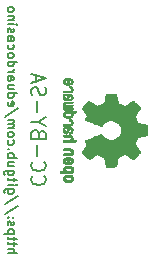
<source format=gbr>
%TF.GenerationSoftware,KiCad,Pcbnew,7.0.11*%
%TF.CreationDate,2025-08-02T11:26:45+02:00*%
%TF.ProjectId,pal-2-kim-adapter,70616c2d-322d-46b6-996d-2d6164617074,rev?*%
%TF.SameCoordinates,Original*%
%TF.FileFunction,Legend,Bot*%
%TF.FilePolarity,Positive*%
%FSLAX46Y46*%
G04 Gerber Fmt 4.6, Leading zero omitted, Abs format (unit mm)*
G04 Created by KiCad (PCBNEW 7.0.11) date 2025-08-02 11:26:45*
%MOMM*%
%LPD*%
G01*
G04 APERTURE LIST*
G04 Aperture macros list*
%AMFreePoly0*
4,1,22,-1.270000,3.180000,1.270000,3.180000,1.270000,-1.910000,1.254364,-2.108672,1.198732,-2.329454,1.104571,-2.536755,0.974909,-2.723912,0.813912,-2.884909,0.626755,-3.014571,0.419454,-3.108732,0.198672,-3.164364,0.000000,-3.180000,-0.198672,-3.164364,-0.419454,-3.108732,-0.626755,-3.014571,-0.813912,-2.884909,-0.974909,-2.723912,-1.104571,-2.536755,-1.198732,-2.329454,-1.254364,-2.108672,
-1.270000,-1.910000,-1.270000,3.180000,-1.270000,3.180000,$1*%
G04 Aperture macros list end*
%ADD10C,0.150000*%
%ADD11C,0.200000*%
%ADD12C,0.010000*%
%ADD13R,1.700000X1.700000*%
%ADD14O,1.700000X1.700000*%
%ADD15FreePoly0,270.000000*%
G04 APERTURE END LIST*
D10*
X144747704Y-137220001D02*
X145547704Y-137220001D01*
X144747704Y-136877144D02*
X145166752Y-136877144D01*
X145166752Y-136877144D02*
X145242942Y-136915239D01*
X145242942Y-136915239D02*
X145281038Y-136991430D01*
X145281038Y-136991430D02*
X145281038Y-137105716D01*
X145281038Y-137105716D02*
X145242942Y-137181906D01*
X145242942Y-137181906D02*
X145204847Y-137220001D01*
X145281038Y-136610477D02*
X145281038Y-136305715D01*
X145547704Y-136496191D02*
X144861990Y-136496191D01*
X144861990Y-136496191D02*
X144785800Y-136458096D01*
X144785800Y-136458096D02*
X144747704Y-136381906D01*
X144747704Y-136381906D02*
X144747704Y-136305715D01*
X145281038Y-136153334D02*
X145281038Y-135848572D01*
X145547704Y-136039048D02*
X144861990Y-136039048D01*
X144861990Y-136039048D02*
X144785800Y-136000953D01*
X144785800Y-136000953D02*
X144747704Y-135924763D01*
X144747704Y-135924763D02*
X144747704Y-135848572D01*
X145281038Y-135581905D02*
X144481038Y-135581905D01*
X145242942Y-135581905D02*
X145281038Y-135505715D01*
X145281038Y-135505715D02*
X145281038Y-135353334D01*
X145281038Y-135353334D02*
X145242942Y-135277143D01*
X145242942Y-135277143D02*
X145204847Y-135239048D01*
X145204847Y-135239048D02*
X145128657Y-135200953D01*
X145128657Y-135200953D02*
X144900085Y-135200953D01*
X144900085Y-135200953D02*
X144823895Y-135239048D01*
X144823895Y-135239048D02*
X144785800Y-135277143D01*
X144785800Y-135277143D02*
X144747704Y-135353334D01*
X144747704Y-135353334D02*
X144747704Y-135505715D01*
X144747704Y-135505715D02*
X144785800Y-135581905D01*
X144785800Y-134896191D02*
X144747704Y-134820000D01*
X144747704Y-134820000D02*
X144747704Y-134667619D01*
X144747704Y-134667619D02*
X144785800Y-134591429D01*
X144785800Y-134591429D02*
X144861990Y-134553333D01*
X144861990Y-134553333D02*
X144900085Y-134553333D01*
X144900085Y-134553333D02*
X144976276Y-134591429D01*
X144976276Y-134591429D02*
X145014371Y-134667619D01*
X145014371Y-134667619D02*
X145014371Y-134781905D01*
X145014371Y-134781905D02*
X145052466Y-134858095D01*
X145052466Y-134858095D02*
X145128657Y-134896191D01*
X145128657Y-134896191D02*
X145166752Y-134896191D01*
X145166752Y-134896191D02*
X145242942Y-134858095D01*
X145242942Y-134858095D02*
X145281038Y-134781905D01*
X145281038Y-134781905D02*
X145281038Y-134667619D01*
X145281038Y-134667619D02*
X145242942Y-134591429D01*
X144823895Y-134210476D02*
X144785800Y-134172381D01*
X144785800Y-134172381D02*
X144747704Y-134210476D01*
X144747704Y-134210476D02*
X144785800Y-134248572D01*
X144785800Y-134248572D02*
X144823895Y-134210476D01*
X144823895Y-134210476D02*
X144747704Y-134210476D01*
X145242942Y-134210476D02*
X145204847Y-134172381D01*
X145204847Y-134172381D02*
X145166752Y-134210476D01*
X145166752Y-134210476D02*
X145204847Y-134248572D01*
X145204847Y-134248572D02*
X145242942Y-134210476D01*
X145242942Y-134210476D02*
X145166752Y-134210476D01*
X145585800Y-133258096D02*
X144557228Y-133943810D01*
X145585800Y-132420001D02*
X144557228Y-133105715D01*
X145281038Y-131810477D02*
X144633419Y-131810477D01*
X144633419Y-131810477D02*
X144557228Y-131848572D01*
X144557228Y-131848572D02*
X144519133Y-131886668D01*
X144519133Y-131886668D02*
X144481038Y-131962858D01*
X144481038Y-131962858D02*
X144481038Y-132077144D01*
X144481038Y-132077144D02*
X144519133Y-132153334D01*
X144785800Y-131810477D02*
X144747704Y-131886668D01*
X144747704Y-131886668D02*
X144747704Y-132039049D01*
X144747704Y-132039049D02*
X144785800Y-132115239D01*
X144785800Y-132115239D02*
X144823895Y-132153334D01*
X144823895Y-132153334D02*
X144900085Y-132191430D01*
X144900085Y-132191430D02*
X145128657Y-132191430D01*
X145128657Y-132191430D02*
X145204847Y-132153334D01*
X145204847Y-132153334D02*
X145242942Y-132115239D01*
X145242942Y-132115239D02*
X145281038Y-132039049D01*
X145281038Y-132039049D02*
X145281038Y-131886668D01*
X145281038Y-131886668D02*
X145242942Y-131810477D01*
X144747704Y-131429524D02*
X145281038Y-131429524D01*
X145547704Y-131429524D02*
X145509609Y-131467620D01*
X145509609Y-131467620D02*
X145471514Y-131429524D01*
X145471514Y-131429524D02*
X145509609Y-131391429D01*
X145509609Y-131391429D02*
X145547704Y-131429524D01*
X145547704Y-131429524D02*
X145471514Y-131429524D01*
X145281038Y-131162858D02*
X145281038Y-130858096D01*
X145547704Y-131048572D02*
X144861990Y-131048572D01*
X144861990Y-131048572D02*
X144785800Y-131010477D01*
X144785800Y-131010477D02*
X144747704Y-130934287D01*
X144747704Y-130934287D02*
X144747704Y-130858096D01*
X145281038Y-130248572D02*
X144633419Y-130248572D01*
X144633419Y-130248572D02*
X144557228Y-130286667D01*
X144557228Y-130286667D02*
X144519133Y-130324763D01*
X144519133Y-130324763D02*
X144481038Y-130400953D01*
X144481038Y-130400953D02*
X144481038Y-130515239D01*
X144481038Y-130515239D02*
X144519133Y-130591429D01*
X144785800Y-130248572D02*
X144747704Y-130324763D01*
X144747704Y-130324763D02*
X144747704Y-130477144D01*
X144747704Y-130477144D02*
X144785800Y-130553334D01*
X144785800Y-130553334D02*
X144823895Y-130591429D01*
X144823895Y-130591429D02*
X144900085Y-130629525D01*
X144900085Y-130629525D02*
X145128657Y-130629525D01*
X145128657Y-130629525D02*
X145204847Y-130591429D01*
X145204847Y-130591429D02*
X145242942Y-130553334D01*
X145242942Y-130553334D02*
X145281038Y-130477144D01*
X145281038Y-130477144D02*
X145281038Y-130324763D01*
X145281038Y-130324763D02*
X145242942Y-130248572D01*
X145281038Y-129524762D02*
X144747704Y-129524762D01*
X145281038Y-129867619D02*
X144861990Y-129867619D01*
X144861990Y-129867619D02*
X144785800Y-129829524D01*
X144785800Y-129829524D02*
X144747704Y-129753334D01*
X144747704Y-129753334D02*
X144747704Y-129639048D01*
X144747704Y-129639048D02*
X144785800Y-129562857D01*
X144785800Y-129562857D02*
X144823895Y-129524762D01*
X144747704Y-129143809D02*
X145547704Y-129143809D01*
X145242942Y-129143809D02*
X145281038Y-129067619D01*
X145281038Y-129067619D02*
X145281038Y-128915238D01*
X145281038Y-128915238D02*
X145242942Y-128839047D01*
X145242942Y-128839047D02*
X145204847Y-128800952D01*
X145204847Y-128800952D02*
X145128657Y-128762857D01*
X145128657Y-128762857D02*
X144900085Y-128762857D01*
X144900085Y-128762857D02*
X144823895Y-128800952D01*
X144823895Y-128800952D02*
X144785800Y-128839047D01*
X144785800Y-128839047D02*
X144747704Y-128915238D01*
X144747704Y-128915238D02*
X144747704Y-129067619D01*
X144747704Y-129067619D02*
X144785800Y-129143809D01*
X144823895Y-128419999D02*
X144785800Y-128381904D01*
X144785800Y-128381904D02*
X144747704Y-128419999D01*
X144747704Y-128419999D02*
X144785800Y-128458095D01*
X144785800Y-128458095D02*
X144823895Y-128419999D01*
X144823895Y-128419999D02*
X144747704Y-128419999D01*
X144785800Y-127696190D02*
X144747704Y-127772381D01*
X144747704Y-127772381D02*
X144747704Y-127924762D01*
X144747704Y-127924762D02*
X144785800Y-128000952D01*
X144785800Y-128000952D02*
X144823895Y-128039047D01*
X144823895Y-128039047D02*
X144900085Y-128077143D01*
X144900085Y-128077143D02*
X145128657Y-128077143D01*
X145128657Y-128077143D02*
X145204847Y-128039047D01*
X145204847Y-128039047D02*
X145242942Y-128000952D01*
X145242942Y-128000952D02*
X145281038Y-127924762D01*
X145281038Y-127924762D02*
X145281038Y-127772381D01*
X145281038Y-127772381D02*
X145242942Y-127696190D01*
X144747704Y-127239048D02*
X144785800Y-127315238D01*
X144785800Y-127315238D02*
X144823895Y-127353333D01*
X144823895Y-127353333D02*
X144900085Y-127391429D01*
X144900085Y-127391429D02*
X145128657Y-127391429D01*
X145128657Y-127391429D02*
X145204847Y-127353333D01*
X145204847Y-127353333D02*
X145242942Y-127315238D01*
X145242942Y-127315238D02*
X145281038Y-127239048D01*
X145281038Y-127239048D02*
X145281038Y-127124762D01*
X145281038Y-127124762D02*
X145242942Y-127048571D01*
X145242942Y-127048571D02*
X145204847Y-127010476D01*
X145204847Y-127010476D02*
X145128657Y-126972381D01*
X145128657Y-126972381D02*
X144900085Y-126972381D01*
X144900085Y-126972381D02*
X144823895Y-127010476D01*
X144823895Y-127010476D02*
X144785800Y-127048571D01*
X144785800Y-127048571D02*
X144747704Y-127124762D01*
X144747704Y-127124762D02*
X144747704Y-127239048D01*
X144747704Y-126629523D02*
X145281038Y-126629523D01*
X145204847Y-126629523D02*
X145242942Y-126591428D01*
X145242942Y-126591428D02*
X145281038Y-126515238D01*
X145281038Y-126515238D02*
X145281038Y-126400952D01*
X145281038Y-126400952D02*
X145242942Y-126324761D01*
X145242942Y-126324761D02*
X145166752Y-126286666D01*
X145166752Y-126286666D02*
X144747704Y-126286666D01*
X145166752Y-126286666D02*
X145242942Y-126248571D01*
X145242942Y-126248571D02*
X145281038Y-126172380D01*
X145281038Y-126172380D02*
X145281038Y-126058095D01*
X145281038Y-126058095D02*
X145242942Y-125981904D01*
X145242942Y-125981904D02*
X145166752Y-125943809D01*
X145166752Y-125943809D02*
X144747704Y-125943809D01*
X145585800Y-124991428D02*
X144557228Y-125677142D01*
X144785800Y-124419999D02*
X144747704Y-124496190D01*
X144747704Y-124496190D02*
X144747704Y-124648571D01*
X144747704Y-124648571D02*
X144785800Y-124724761D01*
X144785800Y-124724761D02*
X144861990Y-124762857D01*
X144861990Y-124762857D02*
X145166752Y-124762857D01*
X145166752Y-124762857D02*
X145242942Y-124724761D01*
X145242942Y-124724761D02*
X145281038Y-124648571D01*
X145281038Y-124648571D02*
X145281038Y-124496190D01*
X145281038Y-124496190D02*
X145242942Y-124419999D01*
X145242942Y-124419999D02*
X145166752Y-124381904D01*
X145166752Y-124381904D02*
X145090561Y-124381904D01*
X145090561Y-124381904D02*
X145014371Y-124762857D01*
X144747704Y-123696190D02*
X145547704Y-123696190D01*
X144785800Y-123696190D02*
X144747704Y-123772381D01*
X144747704Y-123772381D02*
X144747704Y-123924762D01*
X144747704Y-123924762D02*
X144785800Y-124000952D01*
X144785800Y-124000952D02*
X144823895Y-124039047D01*
X144823895Y-124039047D02*
X144900085Y-124077143D01*
X144900085Y-124077143D02*
X145128657Y-124077143D01*
X145128657Y-124077143D02*
X145204847Y-124039047D01*
X145204847Y-124039047D02*
X145242942Y-124000952D01*
X145242942Y-124000952D02*
X145281038Y-123924762D01*
X145281038Y-123924762D02*
X145281038Y-123772381D01*
X145281038Y-123772381D02*
X145242942Y-123696190D01*
X145281038Y-122972380D02*
X144747704Y-122972380D01*
X145281038Y-123315237D02*
X144861990Y-123315237D01*
X144861990Y-123315237D02*
X144785800Y-123277142D01*
X144785800Y-123277142D02*
X144747704Y-123200952D01*
X144747704Y-123200952D02*
X144747704Y-123086666D01*
X144747704Y-123086666D02*
X144785800Y-123010475D01*
X144785800Y-123010475D02*
X144823895Y-122972380D01*
X144747704Y-122248570D02*
X145166752Y-122248570D01*
X145166752Y-122248570D02*
X145242942Y-122286665D01*
X145242942Y-122286665D02*
X145281038Y-122362856D01*
X145281038Y-122362856D02*
X145281038Y-122515237D01*
X145281038Y-122515237D02*
X145242942Y-122591427D01*
X144785800Y-122248570D02*
X144747704Y-122324761D01*
X144747704Y-122324761D02*
X144747704Y-122515237D01*
X144747704Y-122515237D02*
X144785800Y-122591427D01*
X144785800Y-122591427D02*
X144861990Y-122629523D01*
X144861990Y-122629523D02*
X144938180Y-122629523D01*
X144938180Y-122629523D02*
X145014371Y-122591427D01*
X145014371Y-122591427D02*
X145052466Y-122515237D01*
X145052466Y-122515237D02*
X145052466Y-122324761D01*
X145052466Y-122324761D02*
X145090561Y-122248570D01*
X144747704Y-121867617D02*
X145281038Y-121867617D01*
X145128657Y-121867617D02*
X145204847Y-121829522D01*
X145204847Y-121829522D02*
X145242942Y-121791427D01*
X145242942Y-121791427D02*
X145281038Y-121715236D01*
X145281038Y-121715236D02*
X145281038Y-121639046D01*
X144747704Y-121029522D02*
X145547704Y-121029522D01*
X144785800Y-121029522D02*
X144747704Y-121105713D01*
X144747704Y-121105713D02*
X144747704Y-121258094D01*
X144747704Y-121258094D02*
X144785800Y-121334284D01*
X144785800Y-121334284D02*
X144823895Y-121372379D01*
X144823895Y-121372379D02*
X144900085Y-121410475D01*
X144900085Y-121410475D02*
X145128657Y-121410475D01*
X145128657Y-121410475D02*
X145204847Y-121372379D01*
X145204847Y-121372379D02*
X145242942Y-121334284D01*
X145242942Y-121334284D02*
X145281038Y-121258094D01*
X145281038Y-121258094D02*
X145281038Y-121105713D01*
X145281038Y-121105713D02*
X145242942Y-121029522D01*
X144747704Y-120534284D02*
X144785800Y-120610474D01*
X144785800Y-120610474D02*
X144823895Y-120648569D01*
X144823895Y-120648569D02*
X144900085Y-120686665D01*
X144900085Y-120686665D02*
X145128657Y-120686665D01*
X145128657Y-120686665D02*
X145204847Y-120648569D01*
X145204847Y-120648569D02*
X145242942Y-120610474D01*
X145242942Y-120610474D02*
X145281038Y-120534284D01*
X145281038Y-120534284D02*
X145281038Y-120419998D01*
X145281038Y-120419998D02*
X145242942Y-120343807D01*
X145242942Y-120343807D02*
X145204847Y-120305712D01*
X145204847Y-120305712D02*
X145128657Y-120267617D01*
X145128657Y-120267617D02*
X144900085Y-120267617D01*
X144900085Y-120267617D02*
X144823895Y-120305712D01*
X144823895Y-120305712D02*
X144785800Y-120343807D01*
X144785800Y-120343807D02*
X144747704Y-120419998D01*
X144747704Y-120419998D02*
X144747704Y-120534284D01*
X144785800Y-119581902D02*
X144747704Y-119658093D01*
X144747704Y-119658093D02*
X144747704Y-119810474D01*
X144747704Y-119810474D02*
X144785800Y-119886664D01*
X144785800Y-119886664D02*
X144823895Y-119924759D01*
X144823895Y-119924759D02*
X144900085Y-119962855D01*
X144900085Y-119962855D02*
X145128657Y-119962855D01*
X145128657Y-119962855D02*
X145204847Y-119924759D01*
X145204847Y-119924759D02*
X145242942Y-119886664D01*
X145242942Y-119886664D02*
X145281038Y-119810474D01*
X145281038Y-119810474D02*
X145281038Y-119658093D01*
X145281038Y-119658093D02*
X145242942Y-119581902D01*
X144747704Y-118896188D02*
X145166752Y-118896188D01*
X145166752Y-118896188D02*
X145242942Y-118934283D01*
X145242942Y-118934283D02*
X145281038Y-119010474D01*
X145281038Y-119010474D02*
X145281038Y-119162855D01*
X145281038Y-119162855D02*
X145242942Y-119239045D01*
X144785800Y-118896188D02*
X144747704Y-118972379D01*
X144747704Y-118972379D02*
X144747704Y-119162855D01*
X144747704Y-119162855D02*
X144785800Y-119239045D01*
X144785800Y-119239045D02*
X144861990Y-119277141D01*
X144861990Y-119277141D02*
X144938180Y-119277141D01*
X144938180Y-119277141D02*
X145014371Y-119239045D01*
X145014371Y-119239045D02*
X145052466Y-119162855D01*
X145052466Y-119162855D02*
X145052466Y-118972379D01*
X145052466Y-118972379D02*
X145090561Y-118896188D01*
X144785800Y-118553331D02*
X144747704Y-118477140D01*
X144747704Y-118477140D02*
X144747704Y-118324759D01*
X144747704Y-118324759D02*
X144785800Y-118248569D01*
X144785800Y-118248569D02*
X144861990Y-118210473D01*
X144861990Y-118210473D02*
X144900085Y-118210473D01*
X144900085Y-118210473D02*
X144976276Y-118248569D01*
X144976276Y-118248569D02*
X145014371Y-118324759D01*
X145014371Y-118324759D02*
X145014371Y-118439045D01*
X145014371Y-118439045D02*
X145052466Y-118515235D01*
X145052466Y-118515235D02*
X145128657Y-118553331D01*
X145128657Y-118553331D02*
X145166752Y-118553331D01*
X145166752Y-118553331D02*
X145242942Y-118515235D01*
X145242942Y-118515235D02*
X145281038Y-118439045D01*
X145281038Y-118439045D02*
X145281038Y-118324759D01*
X145281038Y-118324759D02*
X145242942Y-118248569D01*
X144747704Y-117867616D02*
X145281038Y-117867616D01*
X145547704Y-117867616D02*
X145509609Y-117905712D01*
X145509609Y-117905712D02*
X145471514Y-117867616D01*
X145471514Y-117867616D02*
X145509609Y-117829521D01*
X145509609Y-117829521D02*
X145547704Y-117867616D01*
X145547704Y-117867616D02*
X145471514Y-117867616D01*
X145281038Y-117486664D02*
X144747704Y-117486664D01*
X145204847Y-117486664D02*
X145242942Y-117448569D01*
X145242942Y-117448569D02*
X145281038Y-117372379D01*
X145281038Y-117372379D02*
X145281038Y-117258093D01*
X145281038Y-117258093D02*
X145242942Y-117181902D01*
X145242942Y-117181902D02*
X145166752Y-117143807D01*
X145166752Y-117143807D02*
X144747704Y-117143807D01*
X144747704Y-116648569D02*
X144785800Y-116724759D01*
X144785800Y-116724759D02*
X144823895Y-116762854D01*
X144823895Y-116762854D02*
X144900085Y-116800950D01*
X144900085Y-116800950D02*
X145128657Y-116800950D01*
X145128657Y-116800950D02*
X145204847Y-116762854D01*
X145204847Y-116762854D02*
X145242942Y-116724759D01*
X145242942Y-116724759D02*
X145281038Y-116648569D01*
X145281038Y-116648569D02*
X145281038Y-116534283D01*
X145281038Y-116534283D02*
X145242942Y-116458092D01*
X145242942Y-116458092D02*
X145204847Y-116419997D01*
X145204847Y-116419997D02*
X145128657Y-116381902D01*
X145128657Y-116381902D02*
X144900085Y-116381902D01*
X144900085Y-116381902D02*
X144823895Y-116419997D01*
X144823895Y-116419997D02*
X144785800Y-116458092D01*
X144785800Y-116458092D02*
X144747704Y-116534283D01*
X144747704Y-116534283D02*
X144747704Y-116648569D01*
D11*
X146879542Y-130734284D02*
X146822400Y-130791427D01*
X146822400Y-130791427D02*
X146765257Y-130962855D01*
X146765257Y-130962855D02*
X146765257Y-131077141D01*
X146765257Y-131077141D02*
X146822400Y-131248570D01*
X146822400Y-131248570D02*
X146936685Y-131362855D01*
X146936685Y-131362855D02*
X147050971Y-131419998D01*
X147050971Y-131419998D02*
X147279542Y-131477141D01*
X147279542Y-131477141D02*
X147450971Y-131477141D01*
X147450971Y-131477141D02*
X147679542Y-131419998D01*
X147679542Y-131419998D02*
X147793828Y-131362855D01*
X147793828Y-131362855D02*
X147908114Y-131248570D01*
X147908114Y-131248570D02*
X147965257Y-131077141D01*
X147965257Y-131077141D02*
X147965257Y-130962855D01*
X147965257Y-130962855D02*
X147908114Y-130791427D01*
X147908114Y-130791427D02*
X147850971Y-130734284D01*
X146879542Y-129534284D02*
X146822400Y-129591427D01*
X146822400Y-129591427D02*
X146765257Y-129762855D01*
X146765257Y-129762855D02*
X146765257Y-129877141D01*
X146765257Y-129877141D02*
X146822400Y-130048570D01*
X146822400Y-130048570D02*
X146936685Y-130162855D01*
X146936685Y-130162855D02*
X147050971Y-130219998D01*
X147050971Y-130219998D02*
X147279542Y-130277141D01*
X147279542Y-130277141D02*
X147450971Y-130277141D01*
X147450971Y-130277141D02*
X147679542Y-130219998D01*
X147679542Y-130219998D02*
X147793828Y-130162855D01*
X147793828Y-130162855D02*
X147908114Y-130048570D01*
X147908114Y-130048570D02*
X147965257Y-129877141D01*
X147965257Y-129877141D02*
X147965257Y-129762855D01*
X147965257Y-129762855D02*
X147908114Y-129591427D01*
X147908114Y-129591427D02*
X147850971Y-129534284D01*
X147222400Y-129019998D02*
X147222400Y-128105713D01*
X147393828Y-127134284D02*
X147336685Y-126962856D01*
X147336685Y-126962856D02*
X147279542Y-126905713D01*
X147279542Y-126905713D02*
X147165257Y-126848570D01*
X147165257Y-126848570D02*
X146993828Y-126848570D01*
X146993828Y-126848570D02*
X146879542Y-126905713D01*
X146879542Y-126905713D02*
X146822400Y-126962856D01*
X146822400Y-126962856D02*
X146765257Y-127077141D01*
X146765257Y-127077141D02*
X146765257Y-127534284D01*
X146765257Y-127534284D02*
X147965257Y-127534284D01*
X147965257Y-127534284D02*
X147965257Y-127134284D01*
X147965257Y-127134284D02*
X147908114Y-127019999D01*
X147908114Y-127019999D02*
X147850971Y-126962856D01*
X147850971Y-126962856D02*
X147736685Y-126905713D01*
X147736685Y-126905713D02*
X147622400Y-126905713D01*
X147622400Y-126905713D02*
X147508114Y-126962856D01*
X147508114Y-126962856D02*
X147450971Y-127019999D01*
X147450971Y-127019999D02*
X147393828Y-127134284D01*
X147393828Y-127134284D02*
X147393828Y-127534284D01*
X147336685Y-126105713D02*
X146765257Y-126105713D01*
X147965257Y-126505713D02*
X147336685Y-126105713D01*
X147336685Y-126105713D02*
X147965257Y-125705713D01*
X147222400Y-125305713D02*
X147222400Y-124391428D01*
X146822400Y-123877142D02*
X146765257Y-123705714D01*
X146765257Y-123705714D02*
X146765257Y-123419999D01*
X146765257Y-123419999D02*
X146822400Y-123305714D01*
X146822400Y-123305714D02*
X146879542Y-123248571D01*
X146879542Y-123248571D02*
X146993828Y-123191428D01*
X146993828Y-123191428D02*
X147108114Y-123191428D01*
X147108114Y-123191428D02*
X147222400Y-123248571D01*
X147222400Y-123248571D02*
X147279542Y-123305714D01*
X147279542Y-123305714D02*
X147336685Y-123419999D01*
X147336685Y-123419999D02*
X147393828Y-123648571D01*
X147393828Y-123648571D02*
X147450971Y-123762856D01*
X147450971Y-123762856D02*
X147508114Y-123819999D01*
X147508114Y-123819999D02*
X147622400Y-123877142D01*
X147622400Y-123877142D02*
X147736685Y-123877142D01*
X147736685Y-123877142D02*
X147850971Y-123819999D01*
X147850971Y-123819999D02*
X147908114Y-123762856D01*
X147908114Y-123762856D02*
X147965257Y-123648571D01*
X147965257Y-123648571D02*
X147965257Y-123362856D01*
X147965257Y-123362856D02*
X147908114Y-123191428D01*
X147108114Y-122734285D02*
X147108114Y-122162857D01*
X146765257Y-122848571D02*
X147965257Y-122448571D01*
X147965257Y-122448571D02*
X146765257Y-122048571D01*
%TO.C,REF\u002A\u002A*%
D12*
X149863081Y-128363883D02*
X149974569Y-128366847D01*
X150057579Y-128374351D01*
X150118801Y-128388190D01*
X150164925Y-128410155D01*
X150202642Y-128442039D01*
X150238642Y-128485633D01*
X150274911Y-128548336D01*
X150298588Y-128647117D01*
X150288316Y-128746372D01*
X150245431Y-128837629D01*
X150171271Y-128912416D01*
X150148056Y-128927917D01*
X150121744Y-128940774D01*
X150088580Y-128949893D01*
X150042119Y-128956102D01*
X149975918Y-128960233D01*
X149883532Y-128963116D01*
X149758515Y-128965579D01*
X149411722Y-128971697D01*
X149431262Y-128920303D01*
X149449213Y-128873246D01*
X149466489Y-128838015D01*
X149488758Y-128815017D01*
X149522835Y-128801655D01*
X149575537Y-128795328D01*
X149653677Y-128793437D01*
X149764072Y-128793385D01*
X149852065Y-128793117D01*
X149936498Y-128791521D01*
X149994166Y-128787712D01*
X150032012Y-128780820D01*
X150056976Y-128769975D01*
X150076000Y-128754308D01*
X150102847Y-128715792D01*
X150112966Y-128651091D01*
X150087394Y-128587081D01*
X150084120Y-128582856D01*
X150068993Y-128569689D01*
X150044732Y-128559975D01*
X150005350Y-128552903D01*
X149944859Y-128547656D01*
X149857271Y-128543421D01*
X149736598Y-128539385D01*
X149413485Y-128529615D01*
X149487935Y-128363539D01*
X149782938Y-128363539D01*
X149863081Y-128363883D01*
G36*
X149863081Y-128363883D02*
G01*
X149974569Y-128366847D01*
X150057579Y-128374351D01*
X150118801Y-128388190D01*
X150164925Y-128410155D01*
X150202642Y-128442039D01*
X150238642Y-128485633D01*
X150274911Y-128548336D01*
X150298588Y-128647117D01*
X150288316Y-128746372D01*
X150245431Y-128837629D01*
X150171271Y-128912416D01*
X150148056Y-128927917D01*
X150121744Y-128940774D01*
X150088580Y-128949893D01*
X150042119Y-128956102D01*
X149975918Y-128960233D01*
X149883532Y-128963116D01*
X149758515Y-128965579D01*
X149411722Y-128971697D01*
X149431262Y-128920303D01*
X149449213Y-128873246D01*
X149466489Y-128838015D01*
X149488758Y-128815017D01*
X149522835Y-128801655D01*
X149575537Y-128795328D01*
X149653677Y-128793437D01*
X149764072Y-128793385D01*
X149852065Y-128793117D01*
X149936498Y-128791521D01*
X149994166Y-128787712D01*
X150032012Y-128780820D01*
X150056976Y-128769975D01*
X150076000Y-128754308D01*
X150102847Y-128715792D01*
X150112966Y-128651091D01*
X150087394Y-128587081D01*
X150084120Y-128582856D01*
X150068993Y-128569689D01*
X150044732Y-128559975D01*
X150005350Y-128552903D01*
X149944859Y-128547656D01*
X149857271Y-128543421D01*
X149736598Y-128539385D01*
X149413485Y-128529615D01*
X149487935Y-128363539D01*
X149782938Y-128363539D01*
X149863081Y-128363883D01*
G37*
X150516436Y-125281346D02*
X150509155Y-125298136D01*
X150492713Y-125324859D01*
X150467813Y-125340156D01*
X150424268Y-125348563D01*
X150351894Y-125354615D01*
X150286911Y-125360144D01*
X150244250Y-125367450D01*
X150228330Y-125377918D01*
X150232600Y-125393692D01*
X150247603Y-125433890D01*
X150251322Y-125505728D01*
X150237428Y-125583010D01*
X150207495Y-125649688D01*
X150179789Y-125686371D01*
X150125731Y-125733472D01*
X150056423Y-125763638D01*
X149964235Y-125779678D01*
X149847014Y-125784191D01*
X149841538Y-125784401D01*
X149765348Y-125782839D01*
X149661493Y-125771810D01*
X149583667Y-125747814D01*
X149524240Y-125708043D01*
X149475582Y-125649688D01*
X149447454Y-125594100D01*
X149431801Y-125500751D01*
X149437656Y-125468863D01*
X149572705Y-125468863D01*
X149576110Y-125536625D01*
X149615958Y-125599734D01*
X149636602Y-125618526D01*
X149663971Y-125634254D01*
X149701808Y-125643039D01*
X149759645Y-125646859D01*
X149847014Y-125647692D01*
X149913681Y-125647281D01*
X149978755Y-125644434D01*
X150020749Y-125637256D01*
X150048937Y-125623889D01*
X150072594Y-125602472D01*
X150083247Y-125589890D01*
X150111943Y-125524699D01*
X150107425Y-125456400D01*
X150069856Y-125397098D01*
X150054960Y-125384333D01*
X150026911Y-125368764D01*
X149987742Y-125359762D01*
X149928142Y-125355617D01*
X149838800Y-125354615D01*
X149767684Y-125355077D01*
X149703359Y-125357999D01*
X149661834Y-125365221D01*
X149633933Y-125378561D01*
X149610483Y-125399836D01*
X149605975Y-125404821D01*
X149572705Y-125468863D01*
X149437656Y-125468863D01*
X149448916Y-125407530D01*
X149496612Y-125323272D01*
X149572706Y-125256818D01*
X149586738Y-125248793D01*
X149611321Y-125238196D01*
X149642691Y-125230335D01*
X149686231Y-125224807D01*
X149747322Y-125221206D01*
X149831345Y-125219128D01*
X149943680Y-125218167D01*
X150089711Y-125217919D01*
X150543037Y-125217846D01*
X150516436Y-125281346D01*
G36*
X150516436Y-125281346D02*
G01*
X150509155Y-125298136D01*
X150492713Y-125324859D01*
X150467813Y-125340156D01*
X150424268Y-125348563D01*
X150351894Y-125354615D01*
X150286911Y-125360144D01*
X150244250Y-125367450D01*
X150228330Y-125377918D01*
X150232600Y-125393692D01*
X150247603Y-125433890D01*
X150251322Y-125505728D01*
X150237428Y-125583010D01*
X150207495Y-125649688D01*
X150179789Y-125686371D01*
X150125731Y-125733472D01*
X150056423Y-125763638D01*
X149964235Y-125779678D01*
X149847014Y-125784191D01*
X149841538Y-125784401D01*
X149765348Y-125782839D01*
X149661493Y-125771810D01*
X149583667Y-125747814D01*
X149524240Y-125708043D01*
X149475582Y-125649688D01*
X149447454Y-125594100D01*
X149431801Y-125500751D01*
X149437656Y-125468863D01*
X149572705Y-125468863D01*
X149576110Y-125536625D01*
X149615958Y-125599734D01*
X149636602Y-125618526D01*
X149663971Y-125634254D01*
X149701808Y-125643039D01*
X149759645Y-125646859D01*
X149847014Y-125647692D01*
X149913681Y-125647281D01*
X149978755Y-125644434D01*
X150020749Y-125637256D01*
X150048937Y-125623889D01*
X150072594Y-125602472D01*
X150083247Y-125589890D01*
X150111943Y-125524699D01*
X150107425Y-125456400D01*
X150069856Y-125397098D01*
X150054960Y-125384333D01*
X150026911Y-125368764D01*
X149987742Y-125359762D01*
X149928142Y-125355617D01*
X149838800Y-125354615D01*
X149767684Y-125355077D01*
X149703359Y-125357999D01*
X149661834Y-125365221D01*
X149633933Y-125378561D01*
X149610483Y-125399836D01*
X149605975Y-125404821D01*
X149572705Y-125468863D01*
X149437656Y-125468863D01*
X149448916Y-125407530D01*
X149496612Y-125323272D01*
X149572706Y-125256818D01*
X149586738Y-125248793D01*
X149611321Y-125238196D01*
X149642691Y-125230335D01*
X149686231Y-125224807D01*
X149747322Y-125221206D01*
X149831345Y-125219128D01*
X149943680Y-125218167D01*
X150089711Y-125217919D01*
X150543037Y-125217846D01*
X150516436Y-125281346D01*
G37*
X149750642Y-127230338D02*
X149775258Y-127230384D01*
X149903581Y-127232970D01*
X150000616Y-127240913D01*
X150072943Y-127256155D01*
X150127145Y-127280636D01*
X150169802Y-127316298D01*
X150207495Y-127365082D01*
X150231090Y-127412661D01*
X150249328Y-127488732D01*
X150250364Y-127563556D01*
X150232622Y-127621077D01*
X150230171Y-127625402D01*
X150230434Y-127638738D01*
X150250961Y-127647851D01*
X150298020Y-127654428D01*
X150377880Y-127660154D01*
X150541764Y-127669923D01*
X150488194Y-127796923D01*
X149953545Y-127796923D01*
X149814906Y-127796660D01*
X149690195Y-127795958D01*
X149584443Y-127794883D01*
X149502678Y-127793500D01*
X149449931Y-127791874D01*
X149431231Y-127790070D01*
X149431294Y-127789364D01*
X149438088Y-127765387D01*
X149452680Y-127721685D01*
X149474130Y-127660154D01*
X149749383Y-127660154D01*
X149857534Y-127659763D01*
X149935974Y-127657946D01*
X149989353Y-127653767D01*
X150024744Y-127646286D01*
X150049221Y-127634567D01*
X150069856Y-127617671D01*
X150080830Y-127606152D01*
X150111225Y-127543864D01*
X150108534Y-127475211D01*
X150072594Y-127412298D01*
X150063675Y-127403139D01*
X150045156Y-127388471D01*
X150020674Y-127378433D01*
X149983607Y-127372151D01*
X149927333Y-127368748D01*
X149845229Y-127367349D01*
X149730671Y-127367077D01*
X149672570Y-127366947D01*
X149577007Y-127366099D01*
X149500474Y-127364594D01*
X149449655Y-127362585D01*
X149431231Y-127360223D01*
X149431294Y-127359518D01*
X149438088Y-127335541D01*
X149452680Y-127291839D01*
X149474130Y-127230308D01*
X149750642Y-127230338D01*
G36*
X149750642Y-127230338D02*
G01*
X149775258Y-127230384D01*
X149903581Y-127232970D01*
X150000616Y-127240913D01*
X150072943Y-127256155D01*
X150127145Y-127280636D01*
X150169802Y-127316298D01*
X150207495Y-127365082D01*
X150231090Y-127412661D01*
X150249328Y-127488732D01*
X150250364Y-127563556D01*
X150232622Y-127621077D01*
X150230171Y-127625402D01*
X150230434Y-127638738D01*
X150250961Y-127647851D01*
X150298020Y-127654428D01*
X150377880Y-127660154D01*
X150541764Y-127669923D01*
X150488194Y-127796923D01*
X149953545Y-127796923D01*
X149814906Y-127796660D01*
X149690195Y-127795958D01*
X149584443Y-127794883D01*
X149502678Y-127793500D01*
X149449931Y-127791874D01*
X149431231Y-127790070D01*
X149431294Y-127789364D01*
X149438088Y-127765387D01*
X149452680Y-127721685D01*
X149474130Y-127660154D01*
X149749383Y-127660154D01*
X149857534Y-127659763D01*
X149935974Y-127657946D01*
X149989353Y-127653767D01*
X150024744Y-127646286D01*
X150049221Y-127634567D01*
X150069856Y-127617671D01*
X150080830Y-127606152D01*
X150111225Y-127543864D01*
X150108534Y-127475211D01*
X150072594Y-127412298D01*
X150063675Y-127403139D01*
X150045156Y-127388471D01*
X150020674Y-127378433D01*
X149983607Y-127372151D01*
X149927333Y-127368748D01*
X149845229Y-127367349D01*
X149730671Y-127367077D01*
X149672570Y-127366947D01*
X149577007Y-127366099D01*
X149500474Y-127364594D01*
X149449655Y-127362585D01*
X149431231Y-127360223D01*
X149431294Y-127359518D01*
X149438088Y-127335541D01*
X149452680Y-127291839D01*
X149474130Y-127230308D01*
X149750642Y-127230338D01*
G37*
X149769702Y-126549923D02*
X149788072Y-126550414D01*
X149917008Y-126556025D01*
X150014186Y-126565938D01*
X150086075Y-126582175D01*
X150139148Y-126606759D01*
X150179873Y-126641715D01*
X150214721Y-126689064D01*
X150215267Y-126689940D01*
X150243697Y-126766499D01*
X150248500Y-126855044D01*
X150230772Y-126940458D01*
X150191611Y-127007622D01*
X150161098Y-127037169D01*
X150069890Y-127093948D01*
X149970452Y-127113077D01*
X149902040Y-127113077D01*
X149928482Y-127050191D01*
X149955163Y-127006700D01*
X150010554Y-126972426D01*
X150021976Y-126968907D01*
X150080162Y-126931028D01*
X150111593Y-126873936D01*
X150112942Y-126808383D01*
X150080884Y-126745117D01*
X150072617Y-126735672D01*
X150036689Y-126704087D01*
X150005365Y-126698871D01*
X149974609Y-126722765D01*
X149940383Y-126778510D01*
X149898650Y-126868846D01*
X149896007Y-126874956D01*
X149849245Y-126975241D01*
X149807819Y-127043735D01*
X149766458Y-127085899D01*
X149719889Y-127107193D01*
X149662840Y-127113077D01*
X149599592Y-127105366D01*
X149518636Y-127066430D01*
X149460478Y-126997932D01*
X149443017Y-126948388D01*
X149433463Y-126878469D01*
X149435504Y-126810575D01*
X149449918Y-126762093D01*
X149453507Y-126756943D01*
X149478584Y-126743267D01*
X149522782Y-126752757D01*
X149557473Y-126769246D01*
X149571916Y-126795687D01*
X149571197Y-126845834D01*
X149575340Y-126915453D01*
X149603946Y-126960943D01*
X149656896Y-126976308D01*
X149658418Y-126976294D01*
X149689155Y-126966983D01*
X149717357Y-126935311D01*
X149749864Y-126873731D01*
X149789002Y-126789986D01*
X149810294Y-126734518D01*
X149808921Y-126702497D01*
X149780797Y-126687534D01*
X149721830Y-126683242D01*
X149627932Y-126683231D01*
X149569969Y-126682752D01*
X149498388Y-126680556D01*
X149449394Y-126676986D01*
X149431231Y-126672491D01*
X149431354Y-126671290D01*
X149441198Y-126645319D01*
X149461972Y-126602305D01*
X149492713Y-126542859D01*
X149769702Y-126549923D01*
G36*
X149769702Y-126549923D02*
G01*
X149788072Y-126550414D01*
X149917008Y-126556025D01*
X150014186Y-126565938D01*
X150086075Y-126582175D01*
X150139148Y-126606759D01*
X150179873Y-126641715D01*
X150214721Y-126689064D01*
X150215267Y-126689940D01*
X150243697Y-126766499D01*
X150248500Y-126855044D01*
X150230772Y-126940458D01*
X150191611Y-127007622D01*
X150161098Y-127037169D01*
X150069890Y-127093948D01*
X149970452Y-127113077D01*
X149902040Y-127113077D01*
X149928482Y-127050191D01*
X149955163Y-127006700D01*
X150010554Y-126972426D01*
X150021976Y-126968907D01*
X150080162Y-126931028D01*
X150111593Y-126873936D01*
X150112942Y-126808383D01*
X150080884Y-126745117D01*
X150072617Y-126735672D01*
X150036689Y-126704087D01*
X150005365Y-126698871D01*
X149974609Y-126722765D01*
X149940383Y-126778510D01*
X149898650Y-126868846D01*
X149896007Y-126874956D01*
X149849245Y-126975241D01*
X149807819Y-127043735D01*
X149766458Y-127085899D01*
X149719889Y-127107193D01*
X149662840Y-127113077D01*
X149599592Y-127105366D01*
X149518636Y-127066430D01*
X149460478Y-126997932D01*
X149443017Y-126948388D01*
X149433463Y-126878469D01*
X149435504Y-126810575D01*
X149449918Y-126762093D01*
X149453507Y-126756943D01*
X149478584Y-126743267D01*
X149522782Y-126752757D01*
X149557473Y-126769246D01*
X149571916Y-126795687D01*
X149571197Y-126845834D01*
X149575340Y-126915453D01*
X149603946Y-126960943D01*
X149656896Y-126976308D01*
X149658418Y-126976294D01*
X149689155Y-126966983D01*
X149717357Y-126935311D01*
X149749864Y-126873731D01*
X149789002Y-126789986D01*
X149810294Y-126734518D01*
X149808921Y-126702497D01*
X149780797Y-126687534D01*
X149721830Y-126683242D01*
X149627932Y-126683231D01*
X149569969Y-126682752D01*
X149498388Y-126680556D01*
X149449394Y-126676986D01*
X149431231Y-126672491D01*
X149431354Y-126671290D01*
X149441198Y-126645319D01*
X149461972Y-126602305D01*
X149492713Y-126542859D01*
X149769702Y-126549923D01*
G37*
X149967464Y-129849187D02*
X150036902Y-129852490D01*
X150085055Y-129859828D01*
X150121134Y-129872655D01*
X150154352Y-129892423D01*
X150179739Y-129910569D01*
X150248273Y-129976461D01*
X150285495Y-130051114D01*
X150297278Y-130144904D01*
X150285533Y-130252240D01*
X150243405Y-130345031D01*
X150169102Y-130418421D01*
X150161236Y-130423954D01*
X150140332Y-130436857D01*
X150116445Y-130446742D01*
X150084418Y-130454093D01*
X150039095Y-130459394D01*
X149975321Y-130463127D01*
X149887940Y-130465778D01*
X149869958Y-130466096D01*
X149771795Y-130467828D01*
X149621731Y-130469763D01*
X149578198Y-130470300D01*
X149432656Y-130472019D01*
X149321289Y-130472365D01*
X149240196Y-130470277D01*
X149185478Y-130464698D01*
X149153239Y-130454567D01*
X149139578Y-130438826D01*
X149140597Y-130416417D01*
X149152397Y-130386280D01*
X149171080Y-130347355D01*
X149175067Y-130339038D01*
X149194581Y-130304402D01*
X149217798Y-130286314D01*
X149256508Y-130279392D01*
X149322503Y-130278256D01*
X149441000Y-130278205D01*
X149441000Y-130156141D01*
X149442063Y-130131858D01*
X149612372Y-130131858D01*
X149615583Y-130178110D01*
X149655035Y-130230350D01*
X149668518Y-130243128D01*
X149696163Y-130261949D01*
X149732120Y-130272562D01*
X149786636Y-130277252D01*
X149869958Y-130278308D01*
X149920402Y-130277394D01*
X150012143Y-130267477D01*
X150072248Y-130244842D01*
X150105100Y-130207238D01*
X150115077Y-130152416D01*
X150112950Y-130129317D01*
X150091853Y-130089350D01*
X150044839Y-130062926D01*
X149967825Y-130048330D01*
X149856729Y-130043846D01*
X149838869Y-130043880D01*
X149758252Y-130045735D01*
X149705553Y-130051693D01*
X149671332Y-130063506D01*
X149646154Y-130082923D01*
X149644951Y-130084133D01*
X149612372Y-130131858D01*
X149442063Y-130131858D01*
X149444288Y-130081055D01*
X149457623Y-130022015D01*
X149484577Y-129972986D01*
X149487212Y-129969330D01*
X149531714Y-129919581D01*
X149585477Y-129884959D01*
X149655846Y-129863123D01*
X149750170Y-129851737D01*
X149875794Y-129848462D01*
X149967464Y-129849187D01*
G36*
X149967464Y-129849187D02*
G01*
X150036902Y-129852490D01*
X150085055Y-129859828D01*
X150121134Y-129872655D01*
X150154352Y-129892423D01*
X150179739Y-129910569D01*
X150248273Y-129976461D01*
X150285495Y-130051114D01*
X150297278Y-130144904D01*
X150285533Y-130252240D01*
X150243405Y-130345031D01*
X150169102Y-130418421D01*
X150161236Y-130423954D01*
X150140332Y-130436857D01*
X150116445Y-130446742D01*
X150084418Y-130454093D01*
X150039095Y-130459394D01*
X149975321Y-130463127D01*
X149887940Y-130465778D01*
X149869958Y-130466096D01*
X149771795Y-130467828D01*
X149621731Y-130469763D01*
X149578198Y-130470300D01*
X149432656Y-130472019D01*
X149321289Y-130472365D01*
X149240196Y-130470277D01*
X149185478Y-130464698D01*
X149153239Y-130454567D01*
X149139578Y-130438826D01*
X149140597Y-130416417D01*
X149152397Y-130386280D01*
X149171080Y-130347355D01*
X149175067Y-130339038D01*
X149194581Y-130304402D01*
X149217798Y-130286314D01*
X149256508Y-130279392D01*
X149322503Y-130278256D01*
X149441000Y-130278205D01*
X149441000Y-130156141D01*
X149442063Y-130131858D01*
X149612372Y-130131858D01*
X149615583Y-130178110D01*
X149655035Y-130230350D01*
X149668518Y-130243128D01*
X149696163Y-130261949D01*
X149732120Y-130272562D01*
X149786636Y-130277252D01*
X149869958Y-130278308D01*
X149920402Y-130277394D01*
X150012143Y-130267477D01*
X150072248Y-130244842D01*
X150105100Y-130207238D01*
X150115077Y-130152416D01*
X150112950Y-130129317D01*
X150091853Y-130089350D01*
X150044839Y-130062926D01*
X149967825Y-130048330D01*
X149856729Y-130043846D01*
X149838869Y-130043880D01*
X149758252Y-130045735D01*
X149705553Y-130051693D01*
X149671332Y-130063506D01*
X149646154Y-130082923D01*
X149644951Y-130084133D01*
X149612372Y-130131858D01*
X149442063Y-130131858D01*
X149444288Y-130081055D01*
X149457623Y-130022015D01*
X149484577Y-129972986D01*
X149487212Y-129969330D01*
X149531714Y-129919581D01*
X149585477Y-129884959D01*
X149655846Y-129863123D01*
X149750170Y-129851737D01*
X149875794Y-129848462D01*
X149967464Y-129849187D01*
G37*
X149937948Y-130591699D02*
X150032467Y-130601262D01*
X150107273Y-130619943D01*
X150157095Y-130643951D01*
X150234591Y-130711536D01*
X150282744Y-130803114D01*
X150299297Y-130915213D01*
X150298401Y-130945151D01*
X150280071Y-131033315D01*
X150233896Y-131105733D01*
X150154352Y-131172192D01*
X150148452Y-131176147D01*
X150116712Y-131194040D01*
X150080837Y-131205678D01*
X150032094Y-131212371D01*
X149961751Y-131215426D01*
X149867818Y-131216106D01*
X149861077Y-131216154D01*
X149839895Y-131216135D01*
X149745416Y-131215076D01*
X149679586Y-131211436D01*
X149633606Y-131203892D01*
X149598679Y-131191122D01*
X149566005Y-131171803D01*
X149559225Y-131167050D01*
X149505769Y-131116759D01*
X149465453Y-131059457D01*
X149452371Y-131030032D01*
X149432746Y-130934942D01*
X149612739Y-130934942D01*
X149646154Y-130981692D01*
X149654947Y-130989824D01*
X149681259Y-131005754D01*
X149719480Y-131015159D01*
X149778651Y-131019632D01*
X149867818Y-131020769D01*
X149951336Y-131018822D01*
X150030905Y-131009105D01*
X150081192Y-130989047D01*
X150107487Y-130956240D01*
X150115077Y-130908280D01*
X150113568Y-130890016D01*
X150085893Y-130838848D01*
X150023828Y-130805035D01*
X149927963Y-130788796D01*
X149798886Y-130790349D01*
X149790580Y-130790974D01*
X149719357Y-130800077D01*
X149674191Y-130816288D01*
X149643248Y-130843660D01*
X149614263Y-130889553D01*
X149612739Y-130934942D01*
X149432746Y-130934942D01*
X149430550Y-130924299D01*
X149444664Y-130819734D01*
X149492895Y-130723368D01*
X149573421Y-130642235D01*
X149584209Y-130635385D01*
X149646847Y-130613097D01*
X149734065Y-130598079D01*
X149834790Y-130590792D01*
X149937948Y-130591699D01*
G36*
X149937948Y-130591699D02*
G01*
X150032467Y-130601262D01*
X150107273Y-130619943D01*
X150157095Y-130643951D01*
X150234591Y-130711536D01*
X150282744Y-130803114D01*
X150299297Y-130915213D01*
X150298401Y-130945151D01*
X150280071Y-131033315D01*
X150233896Y-131105733D01*
X150154352Y-131172192D01*
X150148452Y-131176147D01*
X150116712Y-131194040D01*
X150080837Y-131205678D01*
X150032094Y-131212371D01*
X149961751Y-131215426D01*
X149867818Y-131216106D01*
X149861077Y-131216154D01*
X149839895Y-131216135D01*
X149745416Y-131215076D01*
X149679586Y-131211436D01*
X149633606Y-131203892D01*
X149598679Y-131191122D01*
X149566005Y-131171803D01*
X149559225Y-131167050D01*
X149505769Y-131116759D01*
X149465453Y-131059457D01*
X149452371Y-131030032D01*
X149432746Y-130934942D01*
X149612739Y-130934942D01*
X149646154Y-130981692D01*
X149654947Y-130989824D01*
X149681259Y-131005754D01*
X149719480Y-131015159D01*
X149778651Y-131019632D01*
X149867818Y-131020769D01*
X149951336Y-131018822D01*
X150030905Y-131009105D01*
X150081192Y-130989047D01*
X150107487Y-130956240D01*
X150115077Y-130908280D01*
X150113568Y-130890016D01*
X150085893Y-130838848D01*
X150023828Y-130805035D01*
X149927963Y-130788796D01*
X149798886Y-130790349D01*
X149790580Y-130790974D01*
X149719357Y-130800077D01*
X149674191Y-130816288D01*
X149643248Y-130843660D01*
X149614263Y-130889553D01*
X149612739Y-130934942D01*
X149432746Y-130934942D01*
X149430550Y-130924299D01*
X149444664Y-130819734D01*
X149492895Y-130723368D01*
X149573421Y-130642235D01*
X149584209Y-130635385D01*
X149646847Y-130613097D01*
X149734065Y-130598079D01*
X149834790Y-130590792D01*
X149937948Y-130591699D01*
G37*
X153547820Y-123732946D02*
X153675953Y-123733379D01*
X153771580Y-123734659D01*
X153839589Y-123737168D01*
X153884867Y-123741286D01*
X153912303Y-123747395D01*
X153926782Y-123755878D01*
X153933193Y-123767115D01*
X153935791Y-123777994D01*
X153944978Y-123822347D01*
X153959009Y-123893106D01*
X153976514Y-123983074D01*
X153996126Y-124085056D01*
X154016475Y-124191857D01*
X154036193Y-124296281D01*
X154053911Y-124391132D01*
X154068262Y-124469214D01*
X154077876Y-124523332D01*
X154081384Y-124546291D01*
X154083503Y-124547842D01*
X154110994Y-124560325D01*
X154163594Y-124581927D01*
X154232808Y-124609123D01*
X154326063Y-124646866D01*
X154433841Y-124693328D01*
X154528828Y-124736878D01*
X154550149Y-124746858D01*
X154616914Y-124774862D01*
X154668410Y-124791641D01*
X154694905Y-124793854D01*
X154696782Y-124792713D01*
X154724435Y-124774584D01*
X154778151Y-124738644D01*
X154852697Y-124688418D01*
X154942838Y-124627430D01*
X155043343Y-124559205D01*
X155157530Y-124482330D01*
X155246230Y-124424663D01*
X155311279Y-124385426D01*
X155356705Y-124362350D01*
X155386537Y-124353166D01*
X155404805Y-124355604D01*
X155406175Y-124356424D01*
X155432795Y-124378477D01*
X155481303Y-124423436D01*
X155546892Y-124486673D01*
X155624753Y-124563559D01*
X155710078Y-124649465D01*
X155796666Y-124738579D01*
X155878053Y-124825872D01*
X155932965Y-124890018D01*
X155962810Y-124932679D01*
X155968996Y-124955521D01*
X155967606Y-124958505D01*
X155948873Y-124989936D01*
X155912267Y-125046997D01*
X155861303Y-125124343D01*
X155799496Y-125216626D01*
X155730361Y-125318502D01*
X155503580Y-125650593D01*
X155571647Y-125800566D01*
X155573619Y-125804923D01*
X155613509Y-125897000D01*
X155653182Y-125994683D01*
X155684326Y-126077539D01*
X155684455Y-126077905D01*
X155708544Y-126143685D01*
X155728890Y-126194323D01*
X155741099Y-126218884D01*
X155741542Y-126219282D01*
X155766544Y-126227619D01*
X155823402Y-126241341D01*
X155905986Y-126259123D01*
X156008169Y-126279641D01*
X156123822Y-126301571D01*
X156127967Y-126302336D01*
X156245981Y-126324229D01*
X156352849Y-126344281D01*
X156441748Y-126361192D01*
X156505855Y-126373667D01*
X156538346Y-126380406D01*
X156540147Y-126380837D01*
X156554056Y-126385273D01*
X156564511Y-126394263D01*
X156572004Y-126412737D01*
X156577028Y-126445628D01*
X156580078Y-126497868D01*
X156581645Y-126574388D01*
X156582224Y-126680122D01*
X156582308Y-126820000D01*
X156582307Y-126837575D01*
X156582193Y-126973371D01*
X156581528Y-127075576D01*
X156579818Y-127149122D01*
X156576571Y-127198942D01*
X156571294Y-127229967D01*
X156563493Y-127247129D01*
X156552675Y-127255361D01*
X156538346Y-127259594D01*
X156537832Y-127259716D01*
X156504149Y-127266672D01*
X156439083Y-127279320D01*
X156349458Y-127296360D01*
X156242096Y-127316496D01*
X156123822Y-127338429D01*
X156114144Y-127340218D01*
X155999350Y-127362083D01*
X155898520Y-127382430D01*
X155817783Y-127399934D01*
X155763266Y-127413271D01*
X155741099Y-127421116D01*
X155741064Y-127421158D01*
X155728800Y-127445884D01*
X155708424Y-127496631D01*
X155684326Y-127562462D01*
X155683017Y-127566169D01*
X155651209Y-127650331D01*
X155611315Y-127748230D01*
X155571647Y-127839435D01*
X155503580Y-127989407D01*
X155730361Y-128321499D01*
X155746312Y-128344889D01*
X155814110Y-128445080D01*
X155873792Y-128534480D01*
X155921844Y-128607745D01*
X155954750Y-128659527D01*
X155968996Y-128684480D01*
X155965730Y-128701577D01*
X155940429Y-128740395D01*
X155890325Y-128800385D01*
X155814011Y-128883210D01*
X155710078Y-128990535D01*
X155700618Y-129000139D01*
X155615855Y-129085302D01*
X155539063Y-129160949D01*
X155475053Y-129222449D01*
X155428639Y-129265173D01*
X155404631Y-129284489D01*
X155404515Y-129284552D01*
X155386237Y-129287006D01*
X155356589Y-129277956D01*
X155311514Y-129255119D01*
X155246956Y-129216213D01*
X155158860Y-129158954D01*
X155043170Y-129081059D01*
X155023643Y-129067785D01*
X154924722Y-129000652D01*
X154837152Y-128941410D01*
X154766169Y-128893588D01*
X154717009Y-128860715D01*
X154694905Y-128846318D01*
X154690223Y-128845232D01*
X154655290Y-128852044D01*
X154598247Y-128872450D01*
X154528828Y-128903123D01*
X154438041Y-128944808D01*
X154330314Y-128991352D01*
X154232808Y-129030877D01*
X154207570Y-129040676D01*
X154143130Y-129066340D01*
X154098237Y-129085193D01*
X154081384Y-129093710D01*
X154080125Y-129103111D01*
X154072841Y-129145363D01*
X154060261Y-129214521D01*
X154043754Y-129303387D01*
X154024688Y-129404768D01*
X154004431Y-129511467D01*
X153984353Y-129616288D01*
X153965821Y-129712036D01*
X153950205Y-129791516D01*
X153938873Y-129847530D01*
X153933193Y-129872885D01*
X153931592Y-129877088D01*
X153922955Y-129887334D01*
X153904567Y-129894957D01*
X153871540Y-129900338D01*
X153818987Y-129903859D01*
X153742021Y-129905901D01*
X153635754Y-129906847D01*
X153495299Y-129907077D01*
X153068155Y-129907077D01*
X153047909Y-129804500D01*
X153045482Y-129792092D01*
X153032912Y-129726199D01*
X153015830Y-129635084D01*
X152996171Y-129529104D01*
X152975868Y-129418615D01*
X152967701Y-129375105D01*
X152947833Y-129277882D01*
X152929046Y-129196858D01*
X152913141Y-129139477D01*
X152901921Y-129113187D01*
X152883589Y-129101273D01*
X152835084Y-129079583D01*
X152772308Y-129057395D01*
X152748800Y-129049585D01*
X152671634Y-129020835D01*
X152580306Y-128983752D01*
X152489907Y-128944375D01*
X152442690Y-128923315D01*
X152372163Y-128893311D01*
X152319345Y-128872692D01*
X152293088Y-128865026D01*
X152291106Y-128865452D01*
X152263249Y-128879993D01*
X152209490Y-128912783D01*
X152135037Y-128960493D01*
X152045103Y-129019798D01*
X151944896Y-129087369D01*
X151618584Y-129309713D01*
X151325984Y-129017601D01*
X151297829Y-128989349D01*
X151213551Y-128902961D01*
X151140872Y-128825756D01*
X151083888Y-128762258D01*
X151046693Y-128716990D01*
X151033384Y-128694474D01*
X151043510Y-128670023D01*
X151072579Y-128618819D01*
X151117104Y-128546747D01*
X151173589Y-128459460D01*
X151238538Y-128362612D01*
X151302686Y-128267486D01*
X151359173Y-128181669D01*
X151403816Y-128111652D01*
X151433145Y-128062876D01*
X151443692Y-128040783D01*
X151443596Y-128039488D01*
X151433198Y-128010139D01*
X151408988Y-127958093D01*
X151375751Y-127893708D01*
X151375387Y-127893032D01*
X151332559Y-127807521D01*
X151311635Y-127748926D01*
X151311577Y-127712571D01*
X151331346Y-127693775D01*
X151350805Y-127685819D01*
X151402920Y-127664347D01*
X151483036Y-127631273D01*
X151586893Y-127588356D01*
X151710233Y-127537356D01*
X151848799Y-127480033D01*
X151998330Y-127418146D01*
X152134364Y-127362052D01*
X152273950Y-127304977D01*
X152398685Y-127254479D01*
X152504328Y-127212254D01*
X152586635Y-127179995D01*
X152641365Y-127159397D01*
X152664274Y-127152154D01*
X152685282Y-127165986D01*
X152720358Y-127204412D01*
X152761113Y-127258807D01*
X152867733Y-127389395D01*
X153003975Y-127506260D01*
X153153882Y-127591780D01*
X153313029Y-127645431D01*
X153476988Y-127666684D01*
X153641333Y-127655014D01*
X153801639Y-127609894D01*
X153953480Y-127530797D01*
X154092428Y-127417197D01*
X154146540Y-127357965D01*
X154242218Y-127216054D01*
X154304595Y-127064206D01*
X154335156Y-126906861D01*
X154335385Y-126748456D01*
X154306768Y-126593429D01*
X154250790Y-126446220D01*
X154168936Y-126311266D01*
X154062691Y-126193005D01*
X153933541Y-126095877D01*
X153782969Y-126024318D01*
X153612461Y-125982769D01*
X153530278Y-125975143D01*
X153352225Y-125985634D01*
X153183296Y-126032882D01*
X153026478Y-126115489D01*
X152884755Y-126232059D01*
X152761113Y-126381193D01*
X152722018Y-126433561D01*
X152686557Y-126472832D01*
X152664308Y-126487846D01*
X152644912Y-126481859D01*
X152592941Y-126462432D01*
X152512998Y-126431194D01*
X152409327Y-126389839D01*
X152286168Y-126340061D01*
X152147766Y-126283553D01*
X151998363Y-126222009D01*
X151862980Y-126166008D01*
X151723148Y-126108184D01*
X151598128Y-126056500D01*
X151492178Y-126012718D01*
X151409559Y-125978597D01*
X151354528Y-125955898D01*
X151331346Y-125946380D01*
X151331072Y-125946269D01*
X151311497Y-125927228D01*
X151311721Y-125890694D01*
X151332790Y-125831954D01*
X151375751Y-125746292D01*
X151379369Y-125739549D01*
X151411913Y-125675938D01*
X151434950Y-125625707D01*
X151443692Y-125599218D01*
X151433361Y-125577506D01*
X151404212Y-125528984D01*
X151359713Y-125459163D01*
X151303332Y-125373484D01*
X151238538Y-125277388D01*
X151175016Y-125182706D01*
X151118295Y-125095132D01*
X151073453Y-125022642D01*
X151043984Y-124970889D01*
X151033384Y-124945526D01*
X151034730Y-124941206D01*
X151055944Y-124911092D01*
X151099763Y-124859640D01*
X151162091Y-124791375D01*
X151238830Y-124710820D01*
X151325884Y-124622500D01*
X151618383Y-124330488D01*
X152287475Y-124785360D01*
X152437084Y-124716208D01*
X152437527Y-124716003D01*
X152532899Y-124674477D01*
X152639104Y-124632044D01*
X152733231Y-124597858D01*
X152748412Y-124592684D01*
X152818891Y-124566601D01*
X152873658Y-124543081D01*
X152901921Y-124526677D01*
X152905912Y-124519996D01*
X152919303Y-124479892D01*
X152936627Y-124411795D01*
X152956083Y-124323145D01*
X152975868Y-124221385D01*
X152981449Y-124190904D01*
X153001767Y-124080628D01*
X153020905Y-123977731D01*
X153036930Y-123892569D01*
X153047909Y-123835500D01*
X153068155Y-123732923D01*
X153495299Y-123732923D01*
X153547820Y-123732946D01*
G36*
X153547820Y-123732946D02*
G01*
X153675953Y-123733379D01*
X153771580Y-123734659D01*
X153839589Y-123737168D01*
X153884867Y-123741286D01*
X153912303Y-123747395D01*
X153926782Y-123755878D01*
X153933193Y-123767115D01*
X153935791Y-123777994D01*
X153944978Y-123822347D01*
X153959009Y-123893106D01*
X153976514Y-123983074D01*
X153996126Y-124085056D01*
X154016475Y-124191857D01*
X154036193Y-124296281D01*
X154053911Y-124391132D01*
X154068262Y-124469214D01*
X154077876Y-124523332D01*
X154081384Y-124546291D01*
X154083503Y-124547842D01*
X154110994Y-124560325D01*
X154163594Y-124581927D01*
X154232808Y-124609123D01*
X154326063Y-124646866D01*
X154433841Y-124693328D01*
X154528828Y-124736878D01*
X154550149Y-124746858D01*
X154616914Y-124774862D01*
X154668410Y-124791641D01*
X154694905Y-124793854D01*
X154696782Y-124792713D01*
X154724435Y-124774584D01*
X154778151Y-124738644D01*
X154852697Y-124688418D01*
X154942838Y-124627430D01*
X155043343Y-124559205D01*
X155157530Y-124482330D01*
X155246230Y-124424663D01*
X155311279Y-124385426D01*
X155356705Y-124362350D01*
X155386537Y-124353166D01*
X155404805Y-124355604D01*
X155406175Y-124356424D01*
X155432795Y-124378477D01*
X155481303Y-124423436D01*
X155546892Y-124486673D01*
X155624753Y-124563559D01*
X155710078Y-124649465D01*
X155796666Y-124738579D01*
X155878053Y-124825872D01*
X155932965Y-124890018D01*
X155962810Y-124932679D01*
X155968996Y-124955521D01*
X155967606Y-124958505D01*
X155948873Y-124989936D01*
X155912267Y-125046997D01*
X155861303Y-125124343D01*
X155799496Y-125216626D01*
X155730361Y-125318502D01*
X155503580Y-125650593D01*
X155571647Y-125800566D01*
X155573619Y-125804923D01*
X155613509Y-125897000D01*
X155653182Y-125994683D01*
X155684326Y-126077539D01*
X155684455Y-126077905D01*
X155708544Y-126143685D01*
X155728890Y-126194323D01*
X155741099Y-126218884D01*
X155741542Y-126219282D01*
X155766544Y-126227619D01*
X155823402Y-126241341D01*
X155905986Y-126259123D01*
X156008169Y-126279641D01*
X156123822Y-126301571D01*
X156127967Y-126302336D01*
X156245981Y-126324229D01*
X156352849Y-126344281D01*
X156441748Y-126361192D01*
X156505855Y-126373667D01*
X156538346Y-126380406D01*
X156540147Y-126380837D01*
X156554056Y-126385273D01*
X156564511Y-126394263D01*
X156572004Y-126412737D01*
X156577028Y-126445628D01*
X156580078Y-126497868D01*
X156581645Y-126574388D01*
X156582224Y-126680122D01*
X156582308Y-126820000D01*
X156582307Y-126837575D01*
X156582193Y-126973371D01*
X156581528Y-127075576D01*
X156579818Y-127149122D01*
X156576571Y-127198942D01*
X156571294Y-127229967D01*
X156563493Y-127247129D01*
X156552675Y-127255361D01*
X156538346Y-127259594D01*
X156537832Y-127259716D01*
X156504149Y-127266672D01*
X156439083Y-127279320D01*
X156349458Y-127296360D01*
X156242096Y-127316496D01*
X156123822Y-127338429D01*
X156114144Y-127340218D01*
X155999350Y-127362083D01*
X155898520Y-127382430D01*
X155817783Y-127399934D01*
X155763266Y-127413271D01*
X155741099Y-127421116D01*
X155741064Y-127421158D01*
X155728800Y-127445884D01*
X155708424Y-127496631D01*
X155684326Y-127562462D01*
X155683017Y-127566169D01*
X155651209Y-127650331D01*
X155611315Y-127748230D01*
X155571647Y-127839435D01*
X155503580Y-127989407D01*
X155730361Y-128321499D01*
X155746312Y-128344889D01*
X155814110Y-128445080D01*
X155873792Y-128534480D01*
X155921844Y-128607745D01*
X155954750Y-128659527D01*
X155968996Y-128684480D01*
X155965730Y-128701577D01*
X155940429Y-128740395D01*
X155890325Y-128800385D01*
X155814011Y-128883210D01*
X155710078Y-128990535D01*
X155700618Y-129000139D01*
X155615855Y-129085302D01*
X155539063Y-129160949D01*
X155475053Y-129222449D01*
X155428639Y-129265173D01*
X155404631Y-129284489D01*
X155404515Y-129284552D01*
X155386237Y-129287006D01*
X155356589Y-129277956D01*
X155311514Y-129255119D01*
X155246956Y-129216213D01*
X155158860Y-129158954D01*
X155043170Y-129081059D01*
X155023643Y-129067785D01*
X154924722Y-129000652D01*
X154837152Y-128941410D01*
X154766169Y-128893588D01*
X154717009Y-128860715D01*
X154694905Y-128846318D01*
X154690223Y-128845232D01*
X154655290Y-128852044D01*
X154598247Y-128872450D01*
X154528828Y-128903123D01*
X154438041Y-128944808D01*
X154330314Y-128991352D01*
X154232808Y-129030877D01*
X154207570Y-129040676D01*
X154143130Y-129066340D01*
X154098237Y-129085193D01*
X154081384Y-129093710D01*
X154080125Y-129103111D01*
X154072841Y-129145363D01*
X154060261Y-129214521D01*
X154043754Y-129303387D01*
X154024688Y-129404768D01*
X154004431Y-129511467D01*
X153984353Y-129616288D01*
X153965821Y-129712036D01*
X153950205Y-129791516D01*
X153938873Y-129847530D01*
X153933193Y-129872885D01*
X153931592Y-129877088D01*
X153922955Y-129887334D01*
X153904567Y-129894957D01*
X153871540Y-129900338D01*
X153818987Y-129903859D01*
X153742021Y-129905901D01*
X153635754Y-129906847D01*
X153495299Y-129907077D01*
X153068155Y-129907077D01*
X153047909Y-129804500D01*
X153045482Y-129792092D01*
X153032912Y-129726199D01*
X153015830Y-129635084D01*
X152996171Y-129529104D01*
X152975868Y-129418615D01*
X152967701Y-129375105D01*
X152947833Y-129277882D01*
X152929046Y-129196858D01*
X152913141Y-129139477D01*
X152901921Y-129113187D01*
X152883589Y-129101273D01*
X152835084Y-129079583D01*
X152772308Y-129057395D01*
X152748800Y-129049585D01*
X152671634Y-129020835D01*
X152580306Y-128983752D01*
X152489907Y-128944375D01*
X152442690Y-128923315D01*
X152372163Y-128893311D01*
X152319345Y-128872692D01*
X152293088Y-128865026D01*
X152291106Y-128865452D01*
X152263249Y-128879993D01*
X152209490Y-128912783D01*
X152135037Y-128960493D01*
X152045103Y-129019798D01*
X151944896Y-129087369D01*
X151618584Y-129309713D01*
X151325984Y-129017601D01*
X151297829Y-128989349D01*
X151213551Y-128902961D01*
X151140872Y-128825756D01*
X151083888Y-128762258D01*
X151046693Y-128716990D01*
X151033384Y-128694474D01*
X151043510Y-128670023D01*
X151072579Y-128618819D01*
X151117104Y-128546747D01*
X151173589Y-128459460D01*
X151238538Y-128362612D01*
X151302686Y-128267486D01*
X151359173Y-128181669D01*
X151403816Y-128111652D01*
X151433145Y-128062876D01*
X151443692Y-128040783D01*
X151443596Y-128039488D01*
X151433198Y-128010139D01*
X151408988Y-127958093D01*
X151375751Y-127893708D01*
X151375387Y-127893032D01*
X151332559Y-127807521D01*
X151311635Y-127748926D01*
X151311577Y-127712571D01*
X151331346Y-127693775D01*
X151350805Y-127685819D01*
X151402920Y-127664347D01*
X151483036Y-127631273D01*
X151586893Y-127588356D01*
X151710233Y-127537356D01*
X151848799Y-127480033D01*
X151998330Y-127418146D01*
X152134364Y-127362052D01*
X152273950Y-127304977D01*
X152398685Y-127254479D01*
X152504328Y-127212254D01*
X152586635Y-127179995D01*
X152641365Y-127159397D01*
X152664274Y-127152154D01*
X152685282Y-127165986D01*
X152720358Y-127204412D01*
X152761113Y-127258807D01*
X152867733Y-127389395D01*
X153003975Y-127506260D01*
X153153882Y-127591780D01*
X153313029Y-127645431D01*
X153476988Y-127666684D01*
X153641333Y-127655014D01*
X153801639Y-127609894D01*
X153953480Y-127530797D01*
X154092428Y-127417197D01*
X154146540Y-127357965D01*
X154242218Y-127216054D01*
X154304595Y-127064206D01*
X154335156Y-126906861D01*
X154335385Y-126748456D01*
X154306768Y-126593429D01*
X154250790Y-126446220D01*
X154168936Y-126311266D01*
X154062691Y-126193005D01*
X153933541Y-126095877D01*
X153782969Y-126024318D01*
X153612461Y-125982769D01*
X153530278Y-125975143D01*
X153352225Y-125985634D01*
X153183296Y-126032882D01*
X153026478Y-126115489D01*
X152884755Y-126232059D01*
X152761113Y-126381193D01*
X152722018Y-126433561D01*
X152686557Y-126472832D01*
X152664308Y-126487846D01*
X152644912Y-126481859D01*
X152592941Y-126462432D01*
X152512998Y-126431194D01*
X152409327Y-126389839D01*
X152286168Y-126340061D01*
X152147766Y-126283553D01*
X151998363Y-126222009D01*
X151862980Y-126166008D01*
X151723148Y-126108184D01*
X151598128Y-126056500D01*
X151492178Y-126012718D01*
X151409559Y-125978597D01*
X151354528Y-125955898D01*
X151331346Y-125946380D01*
X151331072Y-125946269D01*
X151311497Y-125927228D01*
X151311721Y-125890694D01*
X151332790Y-125831954D01*
X151375751Y-125746292D01*
X151379369Y-125739549D01*
X151411913Y-125675938D01*
X151434950Y-125625707D01*
X151443692Y-125599218D01*
X151433361Y-125577506D01*
X151404212Y-125528984D01*
X151359713Y-125459163D01*
X151303332Y-125373484D01*
X151238538Y-125277388D01*
X151175016Y-125182706D01*
X151118295Y-125095132D01*
X151073453Y-125022642D01*
X151043984Y-124970889D01*
X151033384Y-124945526D01*
X151034730Y-124941206D01*
X151055944Y-124911092D01*
X151099763Y-124859640D01*
X151162091Y-124791375D01*
X151238830Y-124710820D01*
X151325884Y-124622500D01*
X151618383Y-124330488D01*
X152287475Y-124785360D01*
X152437084Y-124716208D01*
X152437527Y-124716003D01*
X152532899Y-124674477D01*
X152639104Y-124632044D01*
X152733231Y-124597858D01*
X152748412Y-124592684D01*
X152818891Y-124566601D01*
X152873658Y-124543081D01*
X152901921Y-124526677D01*
X152905912Y-124519996D01*
X152919303Y-124479892D01*
X152936627Y-124411795D01*
X152956083Y-124323145D01*
X152975868Y-124221385D01*
X152981449Y-124190904D01*
X153001767Y-124080628D01*
X153020905Y-123977731D01*
X153036930Y-123892569D01*
X153047909Y-123835500D01*
X153068155Y-123732923D01*
X153495299Y-123732923D01*
X153547820Y-123732946D01*
G37*
X150005143Y-124417251D02*
X150103808Y-124418753D01*
X150181932Y-124421089D01*
X150233338Y-124424071D01*
X150251846Y-124427509D01*
X150251796Y-124428230D01*
X150242587Y-124453203D01*
X150222293Y-124495399D01*
X150192739Y-124552549D01*
X149885254Y-124557928D01*
X149577769Y-124563308D01*
X149577769Y-124680539D01*
X149914808Y-124685885D01*
X150006426Y-124687579D01*
X150104351Y-124690005D01*
X150182094Y-124692634D01*
X150233358Y-124695246D01*
X150251846Y-124697623D01*
X150251781Y-124698306D01*
X150244980Y-124721996D01*
X150230396Y-124765546D01*
X150208946Y-124827077D01*
X149912896Y-124827376D01*
X149861468Y-124827676D01*
X149761534Y-124829754D01*
X149678075Y-124833470D01*
X149618623Y-124838430D01*
X149590713Y-124844240D01*
X149575786Y-124865024D01*
X149571175Y-124907440D01*
X149577769Y-124954077D01*
X149914808Y-124959423D01*
X150000454Y-124961336D01*
X150101828Y-124965303D01*
X150181345Y-124970491D01*
X150233264Y-124976499D01*
X150251846Y-124982927D01*
X150245966Y-125007998D01*
X150229171Y-125050850D01*
X150206497Y-125100615D01*
X149551467Y-125100615D01*
X149489637Y-125038785D01*
X149475772Y-125024662D01*
X149444954Y-124985536D01*
X149434972Y-124946078D01*
X149439567Y-124887362D01*
X149442538Y-124863456D01*
X149448824Y-124801801D01*
X149451328Y-124758692D01*
X149450945Y-124745905D01*
X149446800Y-124693446D01*
X149439567Y-124630022D01*
X149437082Y-124609730D01*
X149436105Y-124558610D01*
X149451538Y-124521207D01*
X149489637Y-124478599D01*
X149551467Y-124416769D01*
X149901657Y-124416769D01*
X150005143Y-124417251D01*
G36*
X150005143Y-124417251D02*
G01*
X150103808Y-124418753D01*
X150181932Y-124421089D01*
X150233338Y-124424071D01*
X150251846Y-124427509D01*
X150251796Y-124428230D01*
X150242587Y-124453203D01*
X150222293Y-124495399D01*
X150192739Y-124552549D01*
X149885254Y-124557928D01*
X149577769Y-124563308D01*
X149577769Y-124680539D01*
X149914808Y-124685885D01*
X150006426Y-124687579D01*
X150104351Y-124690005D01*
X150182094Y-124692634D01*
X150233358Y-124695246D01*
X150251846Y-124697623D01*
X150251781Y-124698306D01*
X150244980Y-124721996D01*
X150230396Y-124765546D01*
X150208946Y-124827077D01*
X149912896Y-124827376D01*
X149861468Y-124827676D01*
X149761534Y-124829754D01*
X149678075Y-124833470D01*
X149618623Y-124838430D01*
X149590713Y-124844240D01*
X149575786Y-124865024D01*
X149571175Y-124907440D01*
X149577769Y-124954077D01*
X149914808Y-124959423D01*
X150000454Y-124961336D01*
X150101828Y-124965303D01*
X150181345Y-124970491D01*
X150233264Y-124976499D01*
X150251846Y-124982927D01*
X150245966Y-125007998D01*
X150229171Y-125050850D01*
X150206497Y-125100615D01*
X149551467Y-125100615D01*
X149489637Y-125038785D01*
X149475772Y-125024662D01*
X149444954Y-124985536D01*
X149434972Y-124946078D01*
X149439567Y-124887362D01*
X149442538Y-124863456D01*
X149448824Y-124801801D01*
X149451328Y-124758692D01*
X149450945Y-124745905D01*
X149446800Y-124693446D01*
X149439567Y-124630022D01*
X149437082Y-124609730D01*
X149436105Y-124558610D01*
X149451538Y-124521207D01*
X149489637Y-124478599D01*
X149551467Y-124416769D01*
X149901657Y-124416769D01*
X150005143Y-124417251D01*
G37*
X149842060Y-123752780D02*
X149955299Y-123755789D01*
X150039308Y-123763454D01*
X150100480Y-123777562D01*
X150145205Y-123799899D01*
X150179876Y-123832253D01*
X150210883Y-123876410D01*
X150236472Y-123932667D01*
X150251846Y-124036540D01*
X150250089Y-124083936D01*
X150239453Y-124125807D01*
X150212938Y-124164791D01*
X150163580Y-124214965D01*
X150128721Y-124247232D01*
X150083466Y-124280844D01*
X150041049Y-124296003D01*
X149987232Y-124299539D01*
X149899150Y-124299539D01*
X149930213Y-124239470D01*
X149968064Y-124191867D01*
X150019050Y-124159261D01*
X150032912Y-124153661D01*
X150086642Y-124110992D01*
X150113583Y-124051707D01*
X150110961Y-123987061D01*
X150076000Y-123928308D01*
X150047606Y-123903450D01*
X150011282Y-123888970D01*
X149978954Y-123904470D01*
X149946435Y-123952667D01*
X149909539Y-124036274D01*
X149904443Y-124048962D01*
X149871093Y-124125078D01*
X149838207Y-124190396D01*
X149812231Y-124231953D01*
X149765833Y-124273576D01*
X149691789Y-124301247D01*
X149612330Y-124298310D01*
X149537132Y-124265571D01*
X149475869Y-124203841D01*
X149449790Y-124153858D01*
X149431530Y-124057303D01*
X149433993Y-124003647D01*
X149447313Y-123953976D01*
X149475261Y-123934919D01*
X149521290Y-123942045D01*
X149527376Y-123944118D01*
X149559651Y-123960556D01*
X149571867Y-123987926D01*
X149571050Y-124040068D01*
X149569939Y-124076884D01*
X149579472Y-124119961D01*
X149607974Y-124149475D01*
X149643065Y-124166286D01*
X149679825Y-124168161D01*
X149680039Y-124168074D01*
X149699902Y-124146279D01*
X149728808Y-124099632D01*
X149761114Y-124039278D01*
X149791177Y-123976360D01*
X149813354Y-123922023D01*
X149822000Y-123887410D01*
X149813533Y-123882260D01*
X149773691Y-123875778D01*
X149708629Y-123871339D01*
X149626615Y-123869692D01*
X149569847Y-123869309D01*
X149498352Y-123867505D01*
X149449390Y-123864558D01*
X149431231Y-123860843D01*
X149437333Y-123841424D01*
X149453905Y-123802227D01*
X149476580Y-123752462D01*
X149767491Y-123752462D01*
X149842060Y-123752780D01*
G36*
X149842060Y-123752780D02*
G01*
X149955299Y-123755789D01*
X150039308Y-123763454D01*
X150100480Y-123777562D01*
X150145205Y-123799899D01*
X150179876Y-123832253D01*
X150210883Y-123876410D01*
X150236472Y-123932667D01*
X150251846Y-124036540D01*
X150250089Y-124083936D01*
X150239453Y-124125807D01*
X150212938Y-124164791D01*
X150163580Y-124214965D01*
X150128721Y-124247232D01*
X150083466Y-124280844D01*
X150041049Y-124296003D01*
X149987232Y-124299539D01*
X149899150Y-124299539D01*
X149930213Y-124239470D01*
X149968064Y-124191867D01*
X150019050Y-124159261D01*
X150032912Y-124153661D01*
X150086642Y-124110992D01*
X150113583Y-124051707D01*
X150110961Y-123987061D01*
X150076000Y-123928308D01*
X150047606Y-123903450D01*
X150011282Y-123888970D01*
X149978954Y-123904470D01*
X149946435Y-123952667D01*
X149909539Y-124036274D01*
X149904443Y-124048962D01*
X149871093Y-124125078D01*
X149838207Y-124190396D01*
X149812231Y-124231953D01*
X149765833Y-124273576D01*
X149691789Y-124301247D01*
X149612330Y-124298310D01*
X149537132Y-124265571D01*
X149475869Y-124203841D01*
X149449790Y-124153858D01*
X149431530Y-124057303D01*
X149433993Y-124003647D01*
X149447313Y-123953976D01*
X149475261Y-123934919D01*
X149521290Y-123942045D01*
X149527376Y-123944118D01*
X149559651Y-123960556D01*
X149571867Y-123987926D01*
X149571050Y-124040068D01*
X149569939Y-124076884D01*
X149579472Y-124119961D01*
X149607974Y-124149475D01*
X149643065Y-124166286D01*
X149679825Y-124168161D01*
X149680039Y-124168074D01*
X149699902Y-124146279D01*
X149728808Y-124099632D01*
X149761114Y-124039278D01*
X149791177Y-123976360D01*
X149813354Y-123922023D01*
X149822000Y-123887410D01*
X149813533Y-123882260D01*
X149773691Y-123875778D01*
X149708629Y-123871339D01*
X149626615Y-123869692D01*
X149569847Y-123869309D01*
X149498352Y-123867505D01*
X149449390Y-123864558D01*
X149431231Y-123860843D01*
X149437333Y-123841424D01*
X149453905Y-123802227D01*
X149476580Y-123752462D01*
X149767491Y-123752462D01*
X149842060Y-123752780D01*
G37*
X149824785Y-129105582D02*
X149841538Y-129116548D01*
X149840520Y-129126290D01*
X149821991Y-129172877D01*
X149787919Y-129225682D01*
X149748478Y-129270603D01*
X149713845Y-129293535D01*
X149666867Y-129317373D01*
X149624138Y-129366230D01*
X149607077Y-129422963D01*
X149612010Y-129443758D01*
X149636843Y-129484804D01*
X149671315Y-129520557D01*
X149702589Y-129535846D01*
X149702705Y-129535842D01*
X149715750Y-129520086D01*
X149929874Y-129520086D01*
X149942448Y-129533410D01*
X149985532Y-129535846D01*
X150039153Y-129525724D01*
X150087881Y-129490631D01*
X150113144Y-129439823D01*
X150110594Y-129383181D01*
X150075880Y-129330584D01*
X150051893Y-129309910D01*
X150033637Y-129305000D01*
X150016223Y-129324911D01*
X149990128Y-129374521D01*
X149989390Y-129375976D01*
X149961517Y-129434506D01*
X149939281Y-129486868D01*
X149929874Y-129520086D01*
X149715750Y-129520086D01*
X149717067Y-129518495D01*
X149742975Y-129472247D01*
X149776790Y-129404067D01*
X149814871Y-129320923D01*
X149815073Y-129320466D01*
X149855291Y-129230138D01*
X149884267Y-129169592D01*
X149906526Y-129132888D01*
X149926593Y-129114086D01*
X149948991Y-129107246D01*
X149978244Y-129106429D01*
X150048346Y-129113622D01*
X150143588Y-129149184D01*
X150218433Y-129208714D01*
X150270255Y-129285746D01*
X150296427Y-129373815D01*
X150294324Y-129466454D01*
X150261319Y-129557198D01*
X150194785Y-129639579D01*
X150128945Y-129685222D01*
X150034964Y-129718008D01*
X149985532Y-129723339D01*
X149916464Y-129730787D01*
X149768357Y-129724574D01*
X149736979Y-129721066D01*
X149625295Y-129694927D01*
X149540358Y-129647694D01*
X149475259Y-129575862D01*
X149472572Y-129571802D01*
X149434366Y-129480487D01*
X149430966Y-129385144D01*
X149460061Y-129293274D01*
X149519340Y-129212379D01*
X149606490Y-129149962D01*
X149608591Y-129148914D01*
X149662711Y-129128173D01*
X149724219Y-129112980D01*
X149781961Y-129104921D01*
X149824785Y-129105582D01*
G36*
X149824785Y-129105582D02*
G01*
X149841538Y-129116548D01*
X149840520Y-129126290D01*
X149821991Y-129172877D01*
X149787919Y-129225682D01*
X149748478Y-129270603D01*
X149713845Y-129293535D01*
X149666867Y-129317373D01*
X149624138Y-129366230D01*
X149607077Y-129422963D01*
X149612010Y-129443758D01*
X149636843Y-129484804D01*
X149671315Y-129520557D01*
X149702589Y-129535846D01*
X149702705Y-129535842D01*
X149715750Y-129520086D01*
X149929874Y-129520086D01*
X149942448Y-129533410D01*
X149985532Y-129535846D01*
X150039153Y-129525724D01*
X150087881Y-129490631D01*
X150113144Y-129439823D01*
X150110594Y-129383181D01*
X150075880Y-129330584D01*
X150051893Y-129309910D01*
X150033637Y-129305000D01*
X150016223Y-129324911D01*
X149990128Y-129374521D01*
X149989390Y-129375976D01*
X149961517Y-129434506D01*
X149939281Y-129486868D01*
X149929874Y-129520086D01*
X149715750Y-129520086D01*
X149717067Y-129518495D01*
X149742975Y-129472247D01*
X149776790Y-129404067D01*
X149814871Y-129320923D01*
X149815073Y-129320466D01*
X149855291Y-129230138D01*
X149884267Y-129169592D01*
X149906526Y-129132888D01*
X149926593Y-129114086D01*
X149948991Y-129107246D01*
X149978244Y-129106429D01*
X150048346Y-129113622D01*
X150143588Y-129149184D01*
X150218433Y-129208714D01*
X150270255Y-129285746D01*
X150296427Y-129373815D01*
X150294324Y-129466454D01*
X150261319Y-129557198D01*
X150194785Y-129639579D01*
X150128945Y-129685222D01*
X150034964Y-129718008D01*
X149985532Y-129723339D01*
X149916464Y-129730787D01*
X149768357Y-129724574D01*
X149736979Y-129721066D01*
X149625295Y-129694927D01*
X149540358Y-129647694D01*
X149475259Y-129575862D01*
X149472572Y-129571802D01*
X149434366Y-129480487D01*
X149430966Y-129385144D01*
X149460061Y-129293274D01*
X149519340Y-129212379D01*
X149606490Y-129149962D01*
X149608591Y-129148914D01*
X149662711Y-129128173D01*
X149724219Y-129112980D01*
X149781961Y-129104921D01*
X149824785Y-129105582D01*
G37*
X150113872Y-125917856D02*
X150154650Y-125945978D01*
X150212579Y-126017883D01*
X150245330Y-126106638D01*
X150249788Y-126201542D01*
X150222833Y-126291892D01*
X150219419Y-126298060D01*
X150180308Y-126348447D01*
X150130025Y-126393498D01*
X150118661Y-126401355D01*
X150092140Y-126416376D01*
X150060664Y-126427107D01*
X150017409Y-126434486D01*
X149955551Y-126439452D01*
X149868267Y-126442942D01*
X149748731Y-126445893D01*
X149728522Y-126446311D01*
X149597501Y-126447654D01*
X149504704Y-126445761D01*
X149449493Y-126440605D01*
X149431231Y-126432158D01*
X149436699Y-126406594D01*
X149453267Y-126363166D01*
X149458112Y-126352940D01*
X149469080Y-126336967D01*
X149487110Y-126325954D01*
X149518604Y-126318750D01*
X149569964Y-126314208D01*
X149647590Y-126311180D01*
X149757885Y-126308516D01*
X149790125Y-126307785D01*
X149891950Y-126304965D01*
X149963212Y-126301304D01*
X150010668Y-126295694D01*
X150041075Y-126287029D01*
X150061190Y-126274202D01*
X150077771Y-126256105D01*
X150106839Y-126202525D01*
X150112436Y-126136612D01*
X150090193Y-126077635D01*
X150044141Y-126035203D01*
X149978308Y-126018923D01*
X149960413Y-126018470D01*
X149928018Y-126009578D01*
X149923075Y-125983325D01*
X149942367Y-125931919D01*
X149948554Y-125920013D01*
X149984942Y-125887835D01*
X150039046Y-125887198D01*
X150113872Y-125917856D01*
G36*
X150113872Y-125917856D02*
G01*
X150154650Y-125945978D01*
X150212579Y-126017883D01*
X150245330Y-126106638D01*
X150249788Y-126201542D01*
X150222833Y-126291892D01*
X150219419Y-126298060D01*
X150180308Y-126348447D01*
X150130025Y-126393498D01*
X150118661Y-126401355D01*
X150092140Y-126416376D01*
X150060664Y-126427107D01*
X150017409Y-126434486D01*
X149955551Y-126439452D01*
X149868267Y-126442942D01*
X149748731Y-126445893D01*
X149728522Y-126446311D01*
X149597501Y-126447654D01*
X149504704Y-126445761D01*
X149449493Y-126440605D01*
X149431231Y-126432158D01*
X149436699Y-126406594D01*
X149453267Y-126363166D01*
X149458112Y-126352940D01*
X149469080Y-126336967D01*
X149487110Y-126325954D01*
X149518604Y-126318750D01*
X149569964Y-126314208D01*
X149647590Y-126311180D01*
X149757885Y-126308516D01*
X149790125Y-126307785D01*
X149891950Y-126304965D01*
X149963212Y-126301304D01*
X150010668Y-126295694D01*
X150041075Y-126287029D01*
X150061190Y-126274202D01*
X150077771Y-126256105D01*
X150106839Y-126202525D01*
X150112436Y-126136612D01*
X150090193Y-126077635D01*
X150044141Y-126035203D01*
X149978308Y-126018923D01*
X149960413Y-126018470D01*
X149928018Y-126009578D01*
X149923075Y-125983325D01*
X149942367Y-125931919D01*
X149948554Y-125920013D01*
X149984942Y-125887835D01*
X150039046Y-125887198D01*
X150113872Y-125917856D01*
G37*
X150046913Y-123092952D02*
X150115033Y-123122431D01*
X150178866Y-123170098D01*
X150223012Y-123225839D01*
X150233218Y-123249193D01*
X150250282Y-123337619D01*
X150243524Y-123431501D01*
X150213560Y-123512167D01*
X150191046Y-123545714D01*
X150158788Y-123579687D01*
X150117754Y-123603919D01*
X150061892Y-123620001D01*
X149985149Y-123629521D01*
X149881475Y-123634068D01*
X149744816Y-123635231D01*
X149674195Y-123635003D01*
X149577692Y-123633860D01*
X149500677Y-123631919D01*
X149449681Y-123629365D01*
X149431231Y-123626381D01*
X149437333Y-123606962D01*
X149453905Y-123567766D01*
X149454442Y-123566589D01*
X149465097Y-123546235D01*
X149479718Y-123532546D01*
X149505327Y-123524199D01*
X149548946Y-123519874D01*
X149617597Y-123518248D01*
X149718302Y-123518000D01*
X149782187Y-123517500D01*
X149902249Y-123512164D01*
X149990191Y-123499945D01*
X150050625Y-123479552D01*
X150088164Y-123449695D01*
X150107419Y-123409082D01*
X150108761Y-123403448D01*
X150109809Y-123327378D01*
X150075729Y-123268052D01*
X150007402Y-123227077D01*
X149987649Y-123219770D01*
X149943934Y-123203114D01*
X149923845Y-123194679D01*
X149926613Y-123177356D01*
X149941635Y-123139525D01*
X149966444Y-123104240D01*
X150013330Y-123088154D01*
X150046913Y-123092952D01*
G36*
X150046913Y-123092952D02*
G01*
X150115033Y-123122431D01*
X150178866Y-123170098D01*
X150223012Y-123225839D01*
X150233218Y-123249193D01*
X150250282Y-123337619D01*
X150243524Y-123431501D01*
X150213560Y-123512167D01*
X150191046Y-123545714D01*
X150158788Y-123579687D01*
X150117754Y-123603919D01*
X150061892Y-123620001D01*
X149985149Y-123629521D01*
X149881475Y-123634068D01*
X149744816Y-123635231D01*
X149674195Y-123635003D01*
X149577692Y-123633860D01*
X149500677Y-123631919D01*
X149449681Y-123629365D01*
X149431231Y-123626381D01*
X149437333Y-123606962D01*
X149453905Y-123567766D01*
X149454442Y-123566589D01*
X149465097Y-123546235D01*
X149479718Y-123532546D01*
X149505327Y-123524199D01*
X149548946Y-123519874D01*
X149617597Y-123518248D01*
X149718302Y-123518000D01*
X149782187Y-123517500D01*
X149902249Y-123512164D01*
X149990191Y-123499945D01*
X150050625Y-123479552D01*
X150088164Y-123449695D01*
X150107419Y-123409082D01*
X150108761Y-123403448D01*
X150109809Y-123327378D01*
X150075729Y-123268052D01*
X150007402Y-123227077D01*
X149987649Y-123219770D01*
X149943934Y-123203114D01*
X149923845Y-123194679D01*
X149926613Y-123177356D01*
X149941635Y-123139525D01*
X149966444Y-123104240D01*
X150013330Y-123088154D01*
X150046913Y-123092952D01*
G37*
X149757448Y-122482346D02*
X149731636Y-122524994D01*
X149671072Y-122562064D01*
X149651680Y-122569803D01*
X149596765Y-122613074D01*
X149569121Y-122671976D01*
X149571607Y-122736111D01*
X149607077Y-122795077D01*
X149629195Y-122815342D01*
X149662564Y-122833720D01*
X149692883Y-122827971D01*
X149724087Y-122794887D01*
X149760113Y-122731261D01*
X149804897Y-122633885D01*
X149892555Y-122433615D01*
X149979393Y-122428301D01*
X150044337Y-122430647D01*
X150126410Y-122460186D01*
X150171639Y-122497472D01*
X150222162Y-122574776D01*
X150247684Y-122666478D01*
X150245664Y-122761274D01*
X150213560Y-122847859D01*
X150201233Y-122866920D01*
X150163088Y-122910640D01*
X150114833Y-122940540D01*
X150049290Y-122958968D01*
X149959280Y-122968270D01*
X149900052Y-122969499D01*
X149837624Y-122970794D01*
X149785551Y-122970413D01*
X149682953Y-122965641D01*
X149607874Y-122953150D01*
X149552252Y-122930121D01*
X149508025Y-122893732D01*
X149471479Y-122846751D01*
X149861077Y-122846751D01*
X149866562Y-122850161D01*
X149900052Y-122851529D01*
X149953884Y-122846651D01*
X150006527Y-122834364D01*
X150072849Y-122796041D01*
X150110220Y-122740720D01*
X150115279Y-122674640D01*
X150084661Y-122604040D01*
X150069352Y-122584474D01*
X150034704Y-122560783D01*
X150000462Y-122570688D01*
X149963904Y-122615756D01*
X149922308Y-122697557D01*
X149916282Y-122711092D01*
X149888247Y-122775818D01*
X149868528Y-122824247D01*
X149861077Y-122846751D01*
X149471479Y-122846751D01*
X149467131Y-122841162D01*
X149448534Y-122807714D01*
X149436009Y-122754098D01*
X149436997Y-122678780D01*
X149440965Y-122636672D01*
X149453080Y-122585879D01*
X149479415Y-122545280D01*
X149528486Y-122498049D01*
X149535654Y-122491738D01*
X149590811Y-122449277D01*
X149638850Y-122429018D01*
X149695816Y-122423846D01*
X149779529Y-122423846D01*
X149757448Y-122482346D01*
G36*
X149757448Y-122482346D02*
G01*
X149731636Y-122524994D01*
X149671072Y-122562064D01*
X149651680Y-122569803D01*
X149596765Y-122613074D01*
X149569121Y-122671976D01*
X149571607Y-122736111D01*
X149607077Y-122795077D01*
X149629195Y-122815342D01*
X149662564Y-122833720D01*
X149692883Y-122827971D01*
X149724087Y-122794887D01*
X149760113Y-122731261D01*
X149804897Y-122633885D01*
X149892555Y-122433615D01*
X149979393Y-122428301D01*
X150044337Y-122430647D01*
X150126410Y-122460186D01*
X150171639Y-122497472D01*
X150222162Y-122574776D01*
X150247684Y-122666478D01*
X150245664Y-122761274D01*
X150213560Y-122847859D01*
X150201233Y-122866920D01*
X150163088Y-122910640D01*
X150114833Y-122940540D01*
X150049290Y-122958968D01*
X149959280Y-122968270D01*
X149900052Y-122969499D01*
X149837624Y-122970794D01*
X149785551Y-122970413D01*
X149682953Y-122965641D01*
X149607874Y-122953150D01*
X149552252Y-122930121D01*
X149508025Y-122893732D01*
X149471479Y-122846751D01*
X149861077Y-122846751D01*
X149866562Y-122850161D01*
X149900052Y-122851529D01*
X149953884Y-122846651D01*
X150006527Y-122834364D01*
X150072849Y-122796041D01*
X150110220Y-122740720D01*
X150115279Y-122674640D01*
X150084661Y-122604040D01*
X150069352Y-122584474D01*
X150034704Y-122560783D01*
X150000462Y-122570688D01*
X149963904Y-122615756D01*
X149922308Y-122697557D01*
X149916282Y-122711092D01*
X149888247Y-122775818D01*
X149868528Y-122824247D01*
X149861077Y-122846751D01*
X149471479Y-122846751D01*
X149467131Y-122841162D01*
X149448534Y-122807714D01*
X149436009Y-122754098D01*
X149436997Y-122678780D01*
X149440965Y-122636672D01*
X149453080Y-122585879D01*
X149479415Y-122545280D01*
X149528486Y-122498049D01*
X149535654Y-122491738D01*
X149590811Y-122449277D01*
X149638850Y-122429018D01*
X149695816Y-122423846D01*
X149779529Y-122423846D01*
X149757448Y-122482346D01*
G37*
%TD*%
%LPC*%
D13*
%TO.C,J1*%
X151650000Y-54450000D03*
D14*
X151650000Y-56990000D03*
X151650000Y-59530000D03*
X151650000Y-62070000D03*
X151650000Y-64610000D03*
X151650000Y-67150000D03*
X151650000Y-69690000D03*
X151650000Y-72230000D03*
X151650000Y-74770000D03*
X151650000Y-77310000D03*
X151650000Y-79850000D03*
X151650000Y-82390000D03*
X151650000Y-84930000D03*
X151650000Y-87470000D03*
X151650000Y-90010000D03*
X151650000Y-92550000D03*
X151650000Y-95090000D03*
X151650000Y-97630000D03*
X151650000Y-100170000D03*
X151650000Y-102710000D03*
X151650000Y-105250000D03*
X151650000Y-107790000D03*
X149110000Y-54450000D03*
X149110000Y-56990000D03*
X149110000Y-59530000D03*
X149110000Y-62070000D03*
X149110000Y-64610000D03*
X149110000Y-67150000D03*
X149110000Y-69690000D03*
X149110000Y-72230000D03*
X149110000Y-74770000D03*
X149110000Y-77310000D03*
X149110000Y-79850000D03*
X149110000Y-82390000D03*
X149110000Y-84930000D03*
X149110000Y-87470000D03*
X149110000Y-90010000D03*
X149110000Y-92550000D03*
X149110000Y-95090000D03*
X149110000Y-97630000D03*
X149110000Y-100170000D03*
X149110000Y-102710000D03*
X149110000Y-105250000D03*
X149110000Y-107790000D03*
%TD*%
D13*
%TO.C,J3*%
X150520000Y-147435000D03*
%TD*%
D15*
%TO.C,J2*%
X160990000Y-57140000D03*
X160990000Y-61100000D03*
X160990000Y-65060000D03*
X160990000Y-69020000D03*
X160990000Y-72980000D03*
X160990000Y-76940000D03*
X160990000Y-80900000D03*
X160990000Y-84860000D03*
X160990000Y-88820000D03*
X160990000Y-92780000D03*
X160990000Y-96740000D03*
X160990000Y-100700000D03*
X160990000Y-104660000D03*
X160990000Y-108620000D03*
X160990000Y-112580000D03*
X160990000Y-116540000D03*
X160990000Y-120500000D03*
X160990000Y-124460000D03*
X160990000Y-128420000D03*
X160990000Y-132380000D03*
X160990000Y-136340000D03*
X160990000Y-140300000D03*
%TD*%
%LPD*%
M02*

</source>
